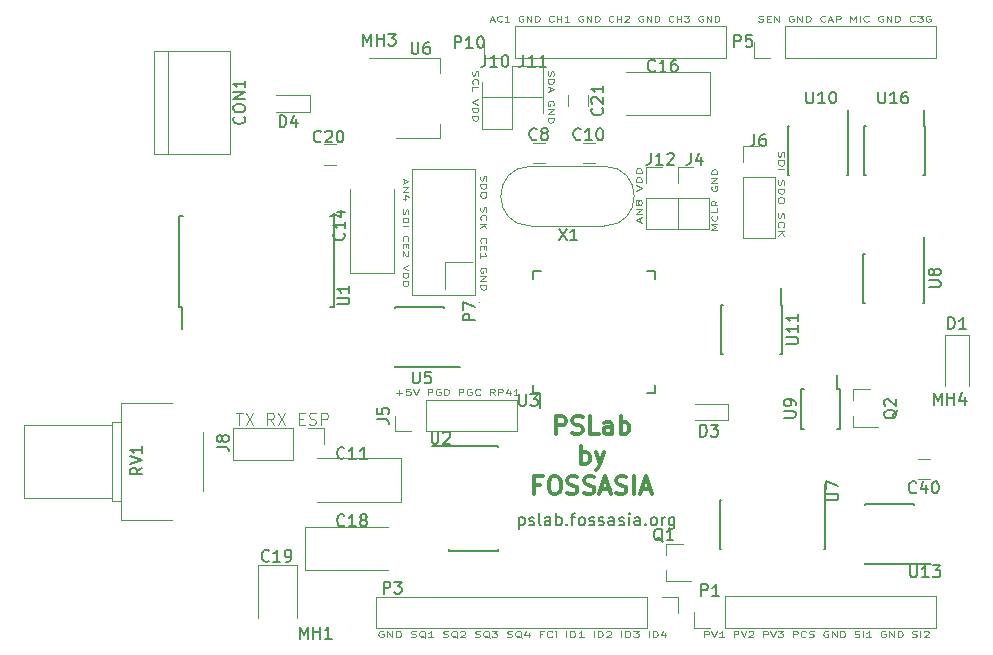
<source format=gto>
G04 #@! TF.FileFunction,Legend,Top*
%FSLAX46Y46*%
G04 Gerber Fmt 4.6, Leading zero omitted, Abs format (unit mm)*
G04 Created by KiCad (PCBNEW 4.0.7-e2-6376~58~ubuntu16.04.1) date Sat Dec 16 23:26:04 2017*
%MOMM*%
%LPD*%
G01*
G04 APERTURE LIST*
%ADD10C,0.100000*%
%ADD11C,0.150000*%
%ADD12C,0.300000*%
%ADD13C,0.120000*%
G04 APERTURE END LIST*
D10*
X134866667Y-85283334D02*
X134866667Y-85616668D01*
X134723810Y-85216668D02*
X135223810Y-85450001D01*
X134723810Y-85683334D01*
X134723810Y-85916668D02*
X135223810Y-85916668D01*
X134723810Y-86316668D01*
X135223810Y-86316668D01*
X135057143Y-86950001D02*
X134723810Y-86950001D01*
X135247619Y-86783334D02*
X134890476Y-86616667D01*
X134890476Y-87050001D01*
X134747619Y-87816667D02*
X134723810Y-87916667D01*
X134723810Y-88083334D01*
X134747619Y-88150001D01*
X134771429Y-88183334D01*
X134819048Y-88216667D01*
X134866667Y-88216667D01*
X134914286Y-88183334D01*
X134938095Y-88150001D01*
X134961905Y-88083334D01*
X134985714Y-87950001D01*
X135009524Y-87883334D01*
X135033333Y-87850001D01*
X135080952Y-87816667D01*
X135128571Y-87816667D01*
X135176190Y-87850001D01*
X135200000Y-87883334D01*
X135223810Y-87950001D01*
X135223810Y-88116667D01*
X135200000Y-88216667D01*
X134723810Y-88516668D02*
X135223810Y-88516668D01*
X135223810Y-88683334D01*
X135200000Y-88783334D01*
X135152381Y-88850001D01*
X135104762Y-88883334D01*
X135009524Y-88916668D01*
X134938095Y-88916668D01*
X134842857Y-88883334D01*
X134795238Y-88850001D01*
X134747619Y-88783334D01*
X134723810Y-88683334D01*
X134723810Y-88516668D01*
X134723810Y-89216668D02*
X135223810Y-89216668D01*
X134771429Y-90483334D02*
X134747619Y-90450000D01*
X134723810Y-90350000D01*
X134723810Y-90283334D01*
X134747619Y-90183334D01*
X134795238Y-90116667D01*
X134842857Y-90083334D01*
X134938095Y-90050000D01*
X135009524Y-90050000D01*
X135104762Y-90083334D01*
X135152381Y-90116667D01*
X135200000Y-90183334D01*
X135223810Y-90283334D01*
X135223810Y-90350000D01*
X135200000Y-90450000D01*
X135176190Y-90483334D01*
X134985714Y-90783334D02*
X134985714Y-91016667D01*
X134723810Y-91116667D02*
X134723810Y-90783334D01*
X135223810Y-90783334D01*
X135223810Y-91116667D01*
X135176190Y-91383333D02*
X135200000Y-91416667D01*
X135223810Y-91483333D01*
X135223810Y-91650000D01*
X135200000Y-91716667D01*
X135176190Y-91750000D01*
X135128571Y-91783333D01*
X135080952Y-91783333D01*
X135009524Y-91750000D01*
X134723810Y-91350000D01*
X134723810Y-91783333D01*
X135223810Y-92516667D02*
X134723810Y-92750000D01*
X135223810Y-92983333D01*
X134723810Y-93216667D02*
X135223810Y-93216667D01*
X135223810Y-93383333D01*
X135200000Y-93483333D01*
X135152381Y-93550000D01*
X135104762Y-93583333D01*
X135009524Y-93616667D01*
X134938095Y-93616667D01*
X134842857Y-93583333D01*
X134795238Y-93550000D01*
X134747619Y-93483333D01*
X134723810Y-93383333D01*
X134723810Y-93216667D01*
X134723810Y-93916667D02*
X135223810Y-93916667D01*
X135223810Y-94083333D01*
X135200000Y-94183333D01*
X135152381Y-94250000D01*
X135104762Y-94283333D01*
X135009524Y-94316667D01*
X134938095Y-94316667D01*
X134842857Y-94283333D01*
X134795238Y-94250000D01*
X134747619Y-94183333D01*
X134723810Y-94083333D01*
X134723810Y-93916667D01*
X141347619Y-84983334D02*
X141323810Y-85083334D01*
X141323810Y-85250001D01*
X141347619Y-85316668D01*
X141371429Y-85350001D01*
X141419048Y-85383334D01*
X141466667Y-85383334D01*
X141514286Y-85350001D01*
X141538095Y-85316668D01*
X141561905Y-85250001D01*
X141585714Y-85116668D01*
X141609524Y-85050001D01*
X141633333Y-85016668D01*
X141680952Y-84983334D01*
X141728571Y-84983334D01*
X141776190Y-85016668D01*
X141800000Y-85050001D01*
X141823810Y-85116668D01*
X141823810Y-85283334D01*
X141800000Y-85383334D01*
X141323810Y-85683335D02*
X141823810Y-85683335D01*
X141823810Y-85850001D01*
X141800000Y-85950001D01*
X141752381Y-86016668D01*
X141704762Y-86050001D01*
X141609524Y-86083335D01*
X141538095Y-86083335D01*
X141442857Y-86050001D01*
X141395238Y-86016668D01*
X141347619Y-85950001D01*
X141323810Y-85850001D01*
X141323810Y-85683335D01*
X141823810Y-86516668D02*
X141823810Y-86650001D01*
X141800000Y-86716668D01*
X141752381Y-86783335D01*
X141657143Y-86816668D01*
X141490476Y-86816668D01*
X141395238Y-86783335D01*
X141347619Y-86716668D01*
X141323810Y-86650001D01*
X141323810Y-86516668D01*
X141347619Y-86450001D01*
X141395238Y-86383335D01*
X141490476Y-86350001D01*
X141657143Y-86350001D01*
X141752381Y-86383335D01*
X141800000Y-86450001D01*
X141823810Y-86516668D01*
X141347619Y-87616667D02*
X141323810Y-87716667D01*
X141323810Y-87883334D01*
X141347619Y-87950001D01*
X141371429Y-87983334D01*
X141419048Y-88016667D01*
X141466667Y-88016667D01*
X141514286Y-87983334D01*
X141538095Y-87950001D01*
X141561905Y-87883334D01*
X141585714Y-87750001D01*
X141609524Y-87683334D01*
X141633333Y-87650001D01*
X141680952Y-87616667D01*
X141728571Y-87616667D01*
X141776190Y-87650001D01*
X141800000Y-87683334D01*
X141823810Y-87750001D01*
X141823810Y-87916667D01*
X141800000Y-88016667D01*
X141371429Y-88716668D02*
X141347619Y-88683334D01*
X141323810Y-88583334D01*
X141323810Y-88516668D01*
X141347619Y-88416668D01*
X141395238Y-88350001D01*
X141442857Y-88316668D01*
X141538095Y-88283334D01*
X141609524Y-88283334D01*
X141704762Y-88316668D01*
X141752381Y-88350001D01*
X141800000Y-88416668D01*
X141823810Y-88516668D01*
X141823810Y-88583334D01*
X141800000Y-88683334D01*
X141776190Y-88716668D01*
X141323810Y-89016668D02*
X141823810Y-89016668D01*
X141323810Y-89416668D02*
X141609524Y-89116668D01*
X141823810Y-89416668D02*
X141538095Y-89016668D01*
X141371429Y-90650001D02*
X141347619Y-90616667D01*
X141323810Y-90516667D01*
X141323810Y-90450001D01*
X141347619Y-90350001D01*
X141395238Y-90283334D01*
X141442857Y-90250001D01*
X141538095Y-90216667D01*
X141609524Y-90216667D01*
X141704762Y-90250001D01*
X141752381Y-90283334D01*
X141800000Y-90350001D01*
X141823810Y-90450001D01*
X141823810Y-90516667D01*
X141800000Y-90616667D01*
X141776190Y-90650001D01*
X141585714Y-90950001D02*
X141585714Y-91183334D01*
X141323810Y-91283334D02*
X141323810Y-90950001D01*
X141823810Y-90950001D01*
X141823810Y-91283334D01*
X141323810Y-91950000D02*
X141323810Y-91550000D01*
X141323810Y-91750000D02*
X141823810Y-91750000D01*
X141752381Y-91683334D01*
X141704762Y-91616667D01*
X141680952Y-91550000D01*
X141800000Y-93150000D02*
X141823810Y-93083334D01*
X141823810Y-92983334D01*
X141800000Y-92883334D01*
X141752381Y-92816667D01*
X141704762Y-92783334D01*
X141609524Y-92750000D01*
X141538095Y-92750000D01*
X141442857Y-92783334D01*
X141395238Y-92816667D01*
X141347619Y-92883334D01*
X141323810Y-92983334D01*
X141323810Y-93050000D01*
X141347619Y-93150000D01*
X141371429Y-93183334D01*
X141538095Y-93183334D01*
X141538095Y-93050000D01*
X141323810Y-93483334D02*
X141823810Y-93483334D01*
X141323810Y-93883334D01*
X141823810Y-93883334D01*
X141323810Y-94216667D02*
X141823810Y-94216667D01*
X141823810Y-94383333D01*
X141800000Y-94483333D01*
X141752381Y-94550000D01*
X141704762Y-94583333D01*
X141609524Y-94616667D01*
X141538095Y-94616667D01*
X141442857Y-94583333D01*
X141395238Y-94550000D01*
X141347619Y-94483333D01*
X141323810Y-94383333D01*
X141323810Y-94216667D01*
X140647619Y-76100000D02*
X140623810Y-76200000D01*
X140623810Y-76366667D01*
X140647619Y-76433334D01*
X140671429Y-76466667D01*
X140719048Y-76500000D01*
X140766667Y-76500000D01*
X140814286Y-76466667D01*
X140838095Y-76433334D01*
X140861905Y-76366667D01*
X140885714Y-76233334D01*
X140909524Y-76166667D01*
X140933333Y-76133334D01*
X140980952Y-76100000D01*
X141028571Y-76100000D01*
X141076190Y-76133334D01*
X141100000Y-76166667D01*
X141123810Y-76233334D01*
X141123810Y-76400000D01*
X141100000Y-76500000D01*
X140671429Y-77200001D02*
X140647619Y-77166667D01*
X140623810Y-77066667D01*
X140623810Y-77000001D01*
X140647619Y-76900001D01*
X140695238Y-76833334D01*
X140742857Y-76800001D01*
X140838095Y-76766667D01*
X140909524Y-76766667D01*
X141004762Y-76800001D01*
X141052381Y-76833334D01*
X141100000Y-76900001D01*
X141123810Y-77000001D01*
X141123810Y-77066667D01*
X141100000Y-77166667D01*
X141076190Y-77200001D01*
X140623810Y-77833334D02*
X140623810Y-77500001D01*
X141123810Y-77500001D01*
X141123810Y-78500001D02*
X140623810Y-78733334D01*
X141123810Y-78966667D01*
X140623810Y-79200001D02*
X141123810Y-79200001D01*
X141123810Y-79366667D01*
X141100000Y-79466667D01*
X141052381Y-79533334D01*
X141004762Y-79566667D01*
X140909524Y-79600001D01*
X140838095Y-79600001D01*
X140742857Y-79566667D01*
X140695238Y-79533334D01*
X140647619Y-79466667D01*
X140623810Y-79366667D01*
X140623810Y-79200001D01*
X140623810Y-79900001D02*
X141123810Y-79900001D01*
X141123810Y-80066667D01*
X141100000Y-80166667D01*
X141052381Y-80233334D01*
X141004762Y-80266667D01*
X140909524Y-80300001D01*
X140838095Y-80300001D01*
X140742857Y-80266667D01*
X140695238Y-80233334D01*
X140647619Y-80166667D01*
X140623810Y-80066667D01*
X140623810Y-79900001D01*
X147047619Y-76116667D02*
X147023810Y-76216667D01*
X147023810Y-76383334D01*
X147047619Y-76450001D01*
X147071429Y-76483334D01*
X147119048Y-76516667D01*
X147166667Y-76516667D01*
X147214286Y-76483334D01*
X147238095Y-76450001D01*
X147261905Y-76383334D01*
X147285714Y-76250001D01*
X147309524Y-76183334D01*
X147333333Y-76150001D01*
X147380952Y-76116667D01*
X147428571Y-76116667D01*
X147476190Y-76150001D01*
X147500000Y-76183334D01*
X147523810Y-76250001D01*
X147523810Y-76416667D01*
X147500000Y-76516667D01*
X147023810Y-76816668D02*
X147523810Y-76816668D01*
X147523810Y-76983334D01*
X147500000Y-77083334D01*
X147452381Y-77150001D01*
X147404762Y-77183334D01*
X147309524Y-77216668D01*
X147238095Y-77216668D01*
X147142857Y-77183334D01*
X147095238Y-77150001D01*
X147047619Y-77083334D01*
X147023810Y-76983334D01*
X147023810Y-76816668D01*
X147166667Y-77483334D02*
X147166667Y-77816668D01*
X147023810Y-77416668D02*
X147523810Y-77650001D01*
X147023810Y-77883334D01*
X147500000Y-79016667D02*
X147523810Y-78950001D01*
X147523810Y-78850001D01*
X147500000Y-78750001D01*
X147452381Y-78683334D01*
X147404762Y-78650001D01*
X147309524Y-78616667D01*
X147238095Y-78616667D01*
X147142857Y-78650001D01*
X147095238Y-78683334D01*
X147047619Y-78750001D01*
X147023810Y-78850001D01*
X147023810Y-78916667D01*
X147047619Y-79016667D01*
X147071429Y-79050001D01*
X147238095Y-79050001D01*
X147238095Y-78916667D01*
X147023810Y-79350001D02*
X147523810Y-79350001D01*
X147023810Y-79750001D01*
X147523810Y-79750001D01*
X147023810Y-80083334D02*
X147523810Y-80083334D01*
X147523810Y-80250000D01*
X147500000Y-80350000D01*
X147452381Y-80416667D01*
X147404762Y-80450000D01*
X147309524Y-80483334D01*
X147238095Y-80483334D01*
X147142857Y-80450000D01*
X147095238Y-80416667D01*
X147047619Y-80350000D01*
X147023810Y-80250000D01*
X147023810Y-80083334D01*
X161376190Y-89549999D02*
X160876190Y-89549999D01*
X161233333Y-89316666D01*
X160876190Y-89083333D01*
X161376190Y-89083333D01*
X161328571Y-88349999D02*
X161352381Y-88383333D01*
X161376190Y-88483333D01*
X161376190Y-88549999D01*
X161352381Y-88649999D01*
X161304762Y-88716666D01*
X161257143Y-88749999D01*
X161161905Y-88783333D01*
X161090476Y-88783333D01*
X160995238Y-88749999D01*
X160947619Y-88716666D01*
X160900000Y-88649999D01*
X160876190Y-88549999D01*
X160876190Y-88483333D01*
X160900000Y-88383333D01*
X160923810Y-88349999D01*
X161376190Y-87716666D02*
X161376190Y-88049999D01*
X160876190Y-88049999D01*
X161376190Y-87083332D02*
X161138095Y-87316666D01*
X161376190Y-87483332D02*
X160876190Y-87483332D01*
X160876190Y-87216666D01*
X160900000Y-87149999D01*
X160923810Y-87116666D01*
X160971429Y-87083332D01*
X161042857Y-87083332D01*
X161090476Y-87116666D01*
X161114286Y-87149999D01*
X161138095Y-87216666D01*
X161138095Y-87483332D01*
X160900000Y-85883333D02*
X160876190Y-85949999D01*
X160876190Y-86049999D01*
X160900000Y-86149999D01*
X160947619Y-86216666D01*
X160995238Y-86249999D01*
X161090476Y-86283333D01*
X161161905Y-86283333D01*
X161257143Y-86249999D01*
X161304762Y-86216666D01*
X161352381Y-86149999D01*
X161376190Y-86049999D01*
X161376190Y-85983333D01*
X161352381Y-85883333D01*
X161328571Y-85849999D01*
X161161905Y-85849999D01*
X161161905Y-85983333D01*
X161376190Y-85549999D02*
X160876190Y-85549999D01*
X161376190Y-85149999D01*
X160876190Y-85149999D01*
X161376190Y-84816666D02*
X160876190Y-84816666D01*
X160876190Y-84650000D01*
X160900000Y-84550000D01*
X160947619Y-84483333D01*
X160995238Y-84450000D01*
X161090476Y-84416666D01*
X161161905Y-84416666D01*
X161257143Y-84450000D01*
X161304762Y-84483333D01*
X161352381Y-84550000D01*
X161376190Y-84650000D01*
X161376190Y-84816666D01*
X142150953Y-71783333D02*
X142470001Y-71783333D01*
X142087144Y-71926190D02*
X142310477Y-71426190D01*
X142533810Y-71926190D01*
X143140001Y-71878571D02*
X143108096Y-71902381D01*
X143012382Y-71926190D01*
X142948572Y-71926190D01*
X142852858Y-71902381D01*
X142789049Y-71854762D01*
X142757144Y-71807143D01*
X142725239Y-71711905D01*
X142725239Y-71640476D01*
X142757144Y-71545238D01*
X142789049Y-71497619D01*
X142852858Y-71450000D01*
X142948572Y-71426190D01*
X143012382Y-71426190D01*
X143108096Y-71450000D01*
X143140001Y-71473810D01*
X143778096Y-71926190D02*
X143395239Y-71926190D01*
X143586668Y-71926190D02*
X143586668Y-71426190D01*
X143522858Y-71497619D01*
X143459049Y-71545238D01*
X143395239Y-71569048D01*
X144926667Y-71450000D02*
X144862858Y-71426190D01*
X144767143Y-71426190D01*
X144671429Y-71450000D01*
X144607620Y-71497619D01*
X144575715Y-71545238D01*
X144543810Y-71640476D01*
X144543810Y-71711905D01*
X144575715Y-71807143D01*
X144607620Y-71854762D01*
X144671429Y-71902381D01*
X144767143Y-71926190D01*
X144830953Y-71926190D01*
X144926667Y-71902381D01*
X144958572Y-71878571D01*
X144958572Y-71711905D01*
X144830953Y-71711905D01*
X145245715Y-71926190D02*
X145245715Y-71426190D01*
X145628572Y-71926190D01*
X145628572Y-71426190D01*
X145947620Y-71926190D02*
X145947620Y-71426190D01*
X146107144Y-71426190D01*
X146202858Y-71450000D01*
X146266667Y-71497619D01*
X146298572Y-71545238D01*
X146330477Y-71640476D01*
X146330477Y-71711905D01*
X146298572Y-71807143D01*
X146266667Y-71854762D01*
X146202858Y-71902381D01*
X146107144Y-71926190D01*
X145947620Y-71926190D01*
X147510953Y-71878571D02*
X147479048Y-71902381D01*
X147383334Y-71926190D01*
X147319524Y-71926190D01*
X147223810Y-71902381D01*
X147160001Y-71854762D01*
X147128096Y-71807143D01*
X147096191Y-71711905D01*
X147096191Y-71640476D01*
X147128096Y-71545238D01*
X147160001Y-71497619D01*
X147223810Y-71450000D01*
X147319524Y-71426190D01*
X147383334Y-71426190D01*
X147479048Y-71450000D01*
X147510953Y-71473810D01*
X147798096Y-71926190D02*
X147798096Y-71426190D01*
X147798096Y-71664286D02*
X148180953Y-71664286D01*
X148180953Y-71926190D02*
X148180953Y-71426190D01*
X148850953Y-71926190D02*
X148468096Y-71926190D01*
X148659525Y-71926190D02*
X148659525Y-71426190D01*
X148595715Y-71497619D01*
X148531906Y-71545238D01*
X148468096Y-71569048D01*
X149999524Y-71450000D02*
X149935715Y-71426190D01*
X149840000Y-71426190D01*
X149744286Y-71450000D01*
X149680477Y-71497619D01*
X149648572Y-71545238D01*
X149616667Y-71640476D01*
X149616667Y-71711905D01*
X149648572Y-71807143D01*
X149680477Y-71854762D01*
X149744286Y-71902381D01*
X149840000Y-71926190D01*
X149903810Y-71926190D01*
X149999524Y-71902381D01*
X150031429Y-71878571D01*
X150031429Y-71711905D01*
X149903810Y-71711905D01*
X150318572Y-71926190D02*
X150318572Y-71426190D01*
X150701429Y-71926190D01*
X150701429Y-71426190D01*
X151020477Y-71926190D02*
X151020477Y-71426190D01*
X151180001Y-71426190D01*
X151275715Y-71450000D01*
X151339524Y-71497619D01*
X151371429Y-71545238D01*
X151403334Y-71640476D01*
X151403334Y-71711905D01*
X151371429Y-71807143D01*
X151339524Y-71854762D01*
X151275715Y-71902381D01*
X151180001Y-71926190D01*
X151020477Y-71926190D01*
X152583810Y-71878571D02*
X152551905Y-71902381D01*
X152456191Y-71926190D01*
X152392381Y-71926190D01*
X152296667Y-71902381D01*
X152232858Y-71854762D01*
X152200953Y-71807143D01*
X152169048Y-71711905D01*
X152169048Y-71640476D01*
X152200953Y-71545238D01*
X152232858Y-71497619D01*
X152296667Y-71450000D01*
X152392381Y-71426190D01*
X152456191Y-71426190D01*
X152551905Y-71450000D01*
X152583810Y-71473810D01*
X152870953Y-71926190D02*
X152870953Y-71426190D01*
X152870953Y-71664286D02*
X153253810Y-71664286D01*
X153253810Y-71926190D02*
X153253810Y-71426190D01*
X153540953Y-71473810D02*
X153572858Y-71450000D01*
X153636667Y-71426190D01*
X153796191Y-71426190D01*
X153860001Y-71450000D01*
X153891905Y-71473810D01*
X153923810Y-71521429D01*
X153923810Y-71569048D01*
X153891905Y-71640476D01*
X153509048Y-71926190D01*
X153923810Y-71926190D01*
X155072381Y-71450000D02*
X155008572Y-71426190D01*
X154912857Y-71426190D01*
X154817143Y-71450000D01*
X154753334Y-71497619D01*
X154721429Y-71545238D01*
X154689524Y-71640476D01*
X154689524Y-71711905D01*
X154721429Y-71807143D01*
X154753334Y-71854762D01*
X154817143Y-71902381D01*
X154912857Y-71926190D01*
X154976667Y-71926190D01*
X155072381Y-71902381D01*
X155104286Y-71878571D01*
X155104286Y-71711905D01*
X154976667Y-71711905D01*
X155391429Y-71926190D02*
X155391429Y-71426190D01*
X155774286Y-71926190D01*
X155774286Y-71426190D01*
X156093334Y-71926190D02*
X156093334Y-71426190D01*
X156252858Y-71426190D01*
X156348572Y-71450000D01*
X156412381Y-71497619D01*
X156444286Y-71545238D01*
X156476191Y-71640476D01*
X156476191Y-71711905D01*
X156444286Y-71807143D01*
X156412381Y-71854762D01*
X156348572Y-71902381D01*
X156252858Y-71926190D01*
X156093334Y-71926190D01*
X157656667Y-71878571D02*
X157624762Y-71902381D01*
X157529048Y-71926190D01*
X157465238Y-71926190D01*
X157369524Y-71902381D01*
X157305715Y-71854762D01*
X157273810Y-71807143D01*
X157241905Y-71711905D01*
X157241905Y-71640476D01*
X157273810Y-71545238D01*
X157305715Y-71497619D01*
X157369524Y-71450000D01*
X157465238Y-71426190D01*
X157529048Y-71426190D01*
X157624762Y-71450000D01*
X157656667Y-71473810D01*
X157943810Y-71926190D02*
X157943810Y-71426190D01*
X157943810Y-71664286D02*
X158326667Y-71664286D01*
X158326667Y-71926190D02*
X158326667Y-71426190D01*
X158581905Y-71426190D02*
X158996667Y-71426190D01*
X158773334Y-71616667D01*
X158869048Y-71616667D01*
X158932858Y-71640476D01*
X158964762Y-71664286D01*
X158996667Y-71711905D01*
X158996667Y-71830952D01*
X158964762Y-71878571D01*
X158932858Y-71902381D01*
X158869048Y-71926190D01*
X158677620Y-71926190D01*
X158613810Y-71902381D01*
X158581905Y-71878571D01*
X160145238Y-71450000D02*
X160081429Y-71426190D01*
X159985714Y-71426190D01*
X159890000Y-71450000D01*
X159826191Y-71497619D01*
X159794286Y-71545238D01*
X159762381Y-71640476D01*
X159762381Y-71711905D01*
X159794286Y-71807143D01*
X159826191Y-71854762D01*
X159890000Y-71902381D01*
X159985714Y-71926190D01*
X160049524Y-71926190D01*
X160145238Y-71902381D01*
X160177143Y-71878571D01*
X160177143Y-71711905D01*
X160049524Y-71711905D01*
X160464286Y-71926190D02*
X160464286Y-71426190D01*
X160847143Y-71926190D01*
X160847143Y-71426190D01*
X161166191Y-71926190D02*
X161166191Y-71426190D01*
X161325715Y-71426190D01*
X161421429Y-71450000D01*
X161485238Y-71497619D01*
X161517143Y-71545238D01*
X161549048Y-71640476D01*
X161549048Y-71711905D01*
X161517143Y-71807143D01*
X161485238Y-71854762D01*
X161421429Y-71902381D01*
X161325715Y-71926190D01*
X161166191Y-71926190D01*
X164850001Y-71902381D02*
X164950001Y-71926190D01*
X165116668Y-71926190D01*
X165183335Y-71902381D01*
X165216668Y-71878571D01*
X165250001Y-71830952D01*
X165250001Y-71783333D01*
X165216668Y-71735714D01*
X165183335Y-71711905D01*
X165116668Y-71688095D01*
X164983335Y-71664286D01*
X164916668Y-71640476D01*
X164883335Y-71616667D01*
X164850001Y-71569048D01*
X164850001Y-71521429D01*
X164883335Y-71473810D01*
X164916668Y-71450000D01*
X164983335Y-71426190D01*
X165150001Y-71426190D01*
X165250001Y-71450000D01*
X165550002Y-71664286D02*
X165783335Y-71664286D01*
X165883335Y-71926190D02*
X165550002Y-71926190D01*
X165550002Y-71426190D01*
X165883335Y-71426190D01*
X166183335Y-71926190D02*
X166183335Y-71426190D01*
X166583335Y-71926190D01*
X166583335Y-71426190D01*
X167816667Y-71450000D02*
X167750001Y-71426190D01*
X167650001Y-71426190D01*
X167550001Y-71450000D01*
X167483334Y-71497619D01*
X167450001Y-71545238D01*
X167416667Y-71640476D01*
X167416667Y-71711905D01*
X167450001Y-71807143D01*
X167483334Y-71854762D01*
X167550001Y-71902381D01*
X167650001Y-71926190D01*
X167716667Y-71926190D01*
X167816667Y-71902381D01*
X167850001Y-71878571D01*
X167850001Y-71711905D01*
X167716667Y-71711905D01*
X168150001Y-71926190D02*
X168150001Y-71426190D01*
X168550001Y-71926190D01*
X168550001Y-71426190D01*
X168883334Y-71926190D02*
X168883334Y-71426190D01*
X169050000Y-71426190D01*
X169150000Y-71450000D01*
X169216667Y-71497619D01*
X169250000Y-71545238D01*
X169283334Y-71640476D01*
X169283334Y-71711905D01*
X169250000Y-71807143D01*
X169216667Y-71854762D01*
X169150000Y-71902381D01*
X169050000Y-71926190D01*
X168883334Y-71926190D01*
X170516667Y-71878571D02*
X170483333Y-71902381D01*
X170383333Y-71926190D01*
X170316667Y-71926190D01*
X170216667Y-71902381D01*
X170150000Y-71854762D01*
X170116667Y-71807143D01*
X170083333Y-71711905D01*
X170083333Y-71640476D01*
X170116667Y-71545238D01*
X170150000Y-71497619D01*
X170216667Y-71450000D01*
X170316667Y-71426190D01*
X170383333Y-71426190D01*
X170483333Y-71450000D01*
X170516667Y-71473810D01*
X170783333Y-71783333D02*
X171116667Y-71783333D01*
X170716667Y-71926190D02*
X170950000Y-71426190D01*
X171183333Y-71926190D01*
X171416667Y-71926190D02*
X171416667Y-71426190D01*
X171683333Y-71426190D01*
X171750000Y-71450000D01*
X171783333Y-71473810D01*
X171816667Y-71521429D01*
X171816667Y-71592857D01*
X171783333Y-71640476D01*
X171750000Y-71664286D01*
X171683333Y-71688095D01*
X171416667Y-71688095D01*
X172650000Y-71926190D02*
X172650000Y-71426190D01*
X172883333Y-71783333D01*
X173116666Y-71426190D01*
X173116666Y-71926190D01*
X173450000Y-71926190D02*
X173450000Y-71426190D01*
X174183333Y-71878571D02*
X174149999Y-71902381D01*
X174049999Y-71926190D01*
X173983333Y-71926190D01*
X173883333Y-71902381D01*
X173816666Y-71854762D01*
X173783333Y-71807143D01*
X173749999Y-71711905D01*
X173749999Y-71640476D01*
X173783333Y-71545238D01*
X173816666Y-71497619D01*
X173883333Y-71450000D01*
X173983333Y-71426190D01*
X174049999Y-71426190D01*
X174149999Y-71450000D01*
X174183333Y-71473810D01*
X175383332Y-71450000D02*
X175316666Y-71426190D01*
X175216666Y-71426190D01*
X175116666Y-71450000D01*
X175049999Y-71497619D01*
X175016666Y-71545238D01*
X174983332Y-71640476D01*
X174983332Y-71711905D01*
X175016666Y-71807143D01*
X175049999Y-71854762D01*
X175116666Y-71902381D01*
X175216666Y-71926190D01*
X175283332Y-71926190D01*
X175383332Y-71902381D01*
X175416666Y-71878571D01*
X175416666Y-71711905D01*
X175283332Y-71711905D01*
X175716666Y-71926190D02*
X175716666Y-71426190D01*
X176116666Y-71926190D01*
X176116666Y-71426190D01*
X176449999Y-71926190D02*
X176449999Y-71426190D01*
X176616665Y-71426190D01*
X176716665Y-71450000D01*
X176783332Y-71497619D01*
X176816665Y-71545238D01*
X176849999Y-71640476D01*
X176849999Y-71711905D01*
X176816665Y-71807143D01*
X176783332Y-71854762D01*
X176716665Y-71902381D01*
X176616665Y-71926190D01*
X176449999Y-71926190D01*
X178083332Y-71878571D02*
X178049998Y-71902381D01*
X177949998Y-71926190D01*
X177883332Y-71926190D01*
X177783332Y-71902381D01*
X177716665Y-71854762D01*
X177683332Y-71807143D01*
X177649998Y-71711905D01*
X177649998Y-71640476D01*
X177683332Y-71545238D01*
X177716665Y-71497619D01*
X177783332Y-71450000D01*
X177883332Y-71426190D01*
X177949998Y-71426190D01*
X178049998Y-71450000D01*
X178083332Y-71473810D01*
X178316665Y-71426190D02*
X178749998Y-71426190D01*
X178516665Y-71616667D01*
X178616665Y-71616667D01*
X178683332Y-71640476D01*
X178716665Y-71664286D01*
X178749998Y-71711905D01*
X178749998Y-71830952D01*
X178716665Y-71878571D01*
X178683332Y-71902381D01*
X178616665Y-71926190D01*
X178416665Y-71926190D01*
X178349998Y-71902381D01*
X178316665Y-71878571D01*
X179416665Y-71450000D02*
X179349999Y-71426190D01*
X179249999Y-71426190D01*
X179149999Y-71450000D01*
X179083332Y-71497619D01*
X179049999Y-71545238D01*
X179016665Y-71640476D01*
X179016665Y-71711905D01*
X179049999Y-71807143D01*
X179083332Y-71854762D01*
X179149999Y-71902381D01*
X179249999Y-71926190D01*
X179316665Y-71926190D01*
X179416665Y-71902381D01*
X179449999Y-71878571D01*
X179449999Y-71711905D01*
X179316665Y-71711905D01*
X133083098Y-123550000D02*
X133013575Y-123526190D01*
X132909289Y-123526190D01*
X132805003Y-123550000D01*
X132735479Y-123597619D01*
X132700718Y-123645238D01*
X132665956Y-123740476D01*
X132665956Y-123811905D01*
X132700718Y-123907143D01*
X132735479Y-123954762D01*
X132805003Y-124002381D01*
X132909289Y-124026190D01*
X132978813Y-124026190D01*
X133083098Y-124002381D01*
X133117860Y-123978571D01*
X133117860Y-123811905D01*
X132978813Y-123811905D01*
X133430718Y-124026190D02*
X133430718Y-123526190D01*
X133847860Y-124026190D01*
X133847860Y-123526190D01*
X134195480Y-124026190D02*
X134195480Y-123526190D01*
X134369289Y-123526190D01*
X134473575Y-123550000D01*
X134543099Y-123597619D01*
X134577860Y-123645238D01*
X134612622Y-123740476D01*
X134612622Y-123811905D01*
X134577860Y-123907143D01*
X134543099Y-123954762D01*
X134473575Y-124002381D01*
X134369289Y-124026190D01*
X134195480Y-124026190D01*
X135446908Y-124002381D02*
X135551193Y-124026190D01*
X135725003Y-124026190D01*
X135794527Y-124002381D01*
X135829289Y-123978571D01*
X135864050Y-123930952D01*
X135864050Y-123883333D01*
X135829289Y-123835714D01*
X135794527Y-123811905D01*
X135725003Y-123788095D01*
X135585955Y-123764286D01*
X135516431Y-123740476D01*
X135481670Y-123716667D01*
X135446908Y-123669048D01*
X135446908Y-123621429D01*
X135481670Y-123573810D01*
X135516431Y-123550000D01*
X135585955Y-123526190D01*
X135759765Y-123526190D01*
X135864050Y-123550000D01*
X136663574Y-124073810D02*
X136594050Y-124050000D01*
X136524527Y-124002381D01*
X136420241Y-123930952D01*
X136350717Y-123907143D01*
X136281193Y-123907143D01*
X136315955Y-124026190D02*
X136246431Y-124002381D01*
X136176908Y-123954762D01*
X136142146Y-123859524D01*
X136142146Y-123692857D01*
X136176908Y-123597619D01*
X136246431Y-123550000D01*
X136315955Y-123526190D01*
X136455003Y-123526190D01*
X136524527Y-123550000D01*
X136594050Y-123597619D01*
X136628812Y-123692857D01*
X136628812Y-123859524D01*
X136594050Y-123954762D01*
X136524527Y-124002381D01*
X136455003Y-124026190D01*
X136315955Y-124026190D01*
X137324050Y-124026190D02*
X136906908Y-124026190D01*
X137115479Y-124026190D02*
X137115479Y-123526190D01*
X137045955Y-123597619D01*
X136976431Y-123645238D01*
X136906908Y-123669048D01*
X138158336Y-124002381D02*
X138262621Y-124026190D01*
X138436431Y-124026190D01*
X138505955Y-124002381D01*
X138540717Y-123978571D01*
X138575478Y-123930952D01*
X138575478Y-123883333D01*
X138540717Y-123835714D01*
X138505955Y-123811905D01*
X138436431Y-123788095D01*
X138297383Y-123764286D01*
X138227859Y-123740476D01*
X138193098Y-123716667D01*
X138158336Y-123669048D01*
X138158336Y-123621429D01*
X138193098Y-123573810D01*
X138227859Y-123550000D01*
X138297383Y-123526190D01*
X138471193Y-123526190D01*
X138575478Y-123550000D01*
X139375002Y-124073810D02*
X139305478Y-124050000D01*
X139235955Y-124002381D01*
X139131669Y-123930952D01*
X139062145Y-123907143D01*
X138992621Y-123907143D01*
X139027383Y-124026190D02*
X138957859Y-124002381D01*
X138888336Y-123954762D01*
X138853574Y-123859524D01*
X138853574Y-123692857D01*
X138888336Y-123597619D01*
X138957859Y-123550000D01*
X139027383Y-123526190D01*
X139166431Y-123526190D01*
X139235955Y-123550000D01*
X139305478Y-123597619D01*
X139340240Y-123692857D01*
X139340240Y-123859524D01*
X139305478Y-123954762D01*
X139235955Y-124002381D01*
X139166431Y-124026190D01*
X139027383Y-124026190D01*
X139618336Y-123573810D02*
X139653098Y-123550000D01*
X139722621Y-123526190D01*
X139896431Y-123526190D01*
X139965955Y-123550000D01*
X140000717Y-123573810D01*
X140035478Y-123621429D01*
X140035478Y-123669048D01*
X140000717Y-123740476D01*
X139583574Y-124026190D01*
X140035478Y-124026190D01*
X140869764Y-124002381D02*
X140974049Y-124026190D01*
X141147859Y-124026190D01*
X141217383Y-124002381D01*
X141252145Y-123978571D01*
X141286906Y-123930952D01*
X141286906Y-123883333D01*
X141252145Y-123835714D01*
X141217383Y-123811905D01*
X141147859Y-123788095D01*
X141008811Y-123764286D01*
X140939287Y-123740476D01*
X140904526Y-123716667D01*
X140869764Y-123669048D01*
X140869764Y-123621429D01*
X140904526Y-123573810D01*
X140939287Y-123550000D01*
X141008811Y-123526190D01*
X141182621Y-123526190D01*
X141286906Y-123550000D01*
X142086430Y-124073810D02*
X142016906Y-124050000D01*
X141947383Y-124002381D01*
X141843097Y-123930952D01*
X141773573Y-123907143D01*
X141704049Y-123907143D01*
X141738811Y-124026190D02*
X141669287Y-124002381D01*
X141599764Y-123954762D01*
X141565002Y-123859524D01*
X141565002Y-123692857D01*
X141599764Y-123597619D01*
X141669287Y-123550000D01*
X141738811Y-123526190D01*
X141877859Y-123526190D01*
X141947383Y-123550000D01*
X142016906Y-123597619D01*
X142051668Y-123692857D01*
X142051668Y-123859524D01*
X142016906Y-123954762D01*
X141947383Y-124002381D01*
X141877859Y-124026190D01*
X141738811Y-124026190D01*
X142295002Y-123526190D02*
X142746906Y-123526190D01*
X142503573Y-123716667D01*
X142607859Y-123716667D01*
X142677383Y-123740476D01*
X142712145Y-123764286D01*
X142746906Y-123811905D01*
X142746906Y-123930952D01*
X142712145Y-123978571D01*
X142677383Y-124002381D01*
X142607859Y-124026190D01*
X142399287Y-124026190D01*
X142329764Y-124002381D01*
X142295002Y-123978571D01*
X143581192Y-124002381D02*
X143685477Y-124026190D01*
X143859287Y-124026190D01*
X143928811Y-124002381D01*
X143963573Y-123978571D01*
X143998334Y-123930952D01*
X143998334Y-123883333D01*
X143963573Y-123835714D01*
X143928811Y-123811905D01*
X143859287Y-123788095D01*
X143720239Y-123764286D01*
X143650715Y-123740476D01*
X143615954Y-123716667D01*
X143581192Y-123669048D01*
X143581192Y-123621429D01*
X143615954Y-123573810D01*
X143650715Y-123550000D01*
X143720239Y-123526190D01*
X143894049Y-123526190D01*
X143998334Y-123550000D01*
X144797858Y-124073810D02*
X144728334Y-124050000D01*
X144658811Y-124002381D01*
X144554525Y-123930952D01*
X144485001Y-123907143D01*
X144415477Y-123907143D01*
X144450239Y-124026190D02*
X144380715Y-124002381D01*
X144311192Y-123954762D01*
X144276430Y-123859524D01*
X144276430Y-123692857D01*
X144311192Y-123597619D01*
X144380715Y-123550000D01*
X144450239Y-123526190D01*
X144589287Y-123526190D01*
X144658811Y-123550000D01*
X144728334Y-123597619D01*
X144763096Y-123692857D01*
X144763096Y-123859524D01*
X144728334Y-123954762D01*
X144658811Y-124002381D01*
X144589287Y-124026190D01*
X144450239Y-124026190D01*
X145388811Y-123692857D02*
X145388811Y-124026190D01*
X145215001Y-123502381D02*
X145041192Y-123859524D01*
X145493096Y-123859524D01*
X146570715Y-123764286D02*
X146327382Y-123764286D01*
X146327382Y-124026190D02*
X146327382Y-123526190D01*
X146675001Y-123526190D01*
X147370238Y-123978571D02*
X147335476Y-124002381D01*
X147231191Y-124026190D01*
X147161667Y-124026190D01*
X147057381Y-124002381D01*
X146987857Y-123954762D01*
X146953096Y-123907143D01*
X146918334Y-123811905D01*
X146918334Y-123740476D01*
X146953096Y-123645238D01*
X146987857Y-123597619D01*
X147057381Y-123550000D01*
X147161667Y-123526190D01*
X147231191Y-123526190D01*
X147335476Y-123550000D01*
X147370238Y-123573810D01*
X147683096Y-124026190D02*
X147683096Y-123692857D01*
X147683096Y-123526190D02*
X147648334Y-123550000D01*
X147683096Y-123573810D01*
X147717857Y-123550000D01*
X147683096Y-123526190D01*
X147683096Y-123573810D01*
X148586905Y-124026190D02*
X148586905Y-123526190D01*
X148934524Y-124026190D02*
X148934524Y-123526190D01*
X149108333Y-123526190D01*
X149212619Y-123550000D01*
X149282143Y-123597619D01*
X149316904Y-123645238D01*
X149351666Y-123740476D01*
X149351666Y-123811905D01*
X149316904Y-123907143D01*
X149282143Y-123954762D01*
X149212619Y-124002381D01*
X149108333Y-124026190D01*
X148934524Y-124026190D01*
X150046904Y-124026190D02*
X149629762Y-124026190D01*
X149838333Y-124026190D02*
X149838333Y-123526190D01*
X149768809Y-123597619D01*
X149699285Y-123645238D01*
X149629762Y-123669048D01*
X150915952Y-124026190D02*
X150915952Y-123526190D01*
X151263571Y-124026190D02*
X151263571Y-123526190D01*
X151437380Y-123526190D01*
X151541666Y-123550000D01*
X151611190Y-123597619D01*
X151645951Y-123645238D01*
X151680713Y-123740476D01*
X151680713Y-123811905D01*
X151645951Y-123907143D01*
X151611190Y-123954762D01*
X151541666Y-124002381D01*
X151437380Y-124026190D01*
X151263571Y-124026190D01*
X151958809Y-123573810D02*
X151993571Y-123550000D01*
X152063094Y-123526190D01*
X152236904Y-123526190D01*
X152306428Y-123550000D01*
X152341190Y-123573810D01*
X152375951Y-123621429D01*
X152375951Y-123669048D01*
X152341190Y-123740476D01*
X151924047Y-124026190D01*
X152375951Y-124026190D01*
X153244999Y-124026190D02*
X153244999Y-123526190D01*
X153592618Y-124026190D02*
X153592618Y-123526190D01*
X153766427Y-123526190D01*
X153870713Y-123550000D01*
X153940237Y-123597619D01*
X153974998Y-123645238D01*
X154009760Y-123740476D01*
X154009760Y-123811905D01*
X153974998Y-123907143D01*
X153940237Y-123954762D01*
X153870713Y-124002381D01*
X153766427Y-124026190D01*
X153592618Y-124026190D01*
X154253094Y-123526190D02*
X154704998Y-123526190D01*
X154461665Y-123716667D01*
X154565951Y-123716667D01*
X154635475Y-123740476D01*
X154670237Y-123764286D01*
X154704998Y-123811905D01*
X154704998Y-123930952D01*
X154670237Y-123978571D01*
X154635475Y-124002381D01*
X154565951Y-124026190D01*
X154357379Y-124026190D01*
X154287856Y-124002381D01*
X154253094Y-123978571D01*
X155574046Y-124026190D02*
X155574046Y-123526190D01*
X155921665Y-124026190D02*
X155921665Y-123526190D01*
X156095474Y-123526190D01*
X156199760Y-123550000D01*
X156269284Y-123597619D01*
X156304045Y-123645238D01*
X156338807Y-123740476D01*
X156338807Y-123811905D01*
X156304045Y-123907143D01*
X156269284Y-123954762D01*
X156199760Y-124002381D01*
X156095474Y-124026190D01*
X155921665Y-124026190D01*
X156964522Y-123692857D02*
X156964522Y-124026190D01*
X156790712Y-123502381D02*
X156616903Y-123859524D01*
X157068807Y-123859524D01*
X160266668Y-124026190D02*
X160266668Y-123526190D01*
X160533334Y-123526190D01*
X160600001Y-123550000D01*
X160633334Y-123573810D01*
X160666668Y-123621429D01*
X160666668Y-123692857D01*
X160633334Y-123740476D01*
X160600001Y-123764286D01*
X160533334Y-123788095D01*
X160266668Y-123788095D01*
X160866668Y-123526190D02*
X161100001Y-124026190D01*
X161333334Y-123526190D01*
X161933334Y-124026190D02*
X161533334Y-124026190D01*
X161733334Y-124026190D02*
X161733334Y-123526190D01*
X161666668Y-123597619D01*
X161600001Y-123645238D01*
X161533334Y-123669048D01*
X162766668Y-124026190D02*
X162766668Y-123526190D01*
X163033334Y-123526190D01*
X163100001Y-123550000D01*
X163133334Y-123573810D01*
X163166668Y-123621429D01*
X163166668Y-123692857D01*
X163133334Y-123740476D01*
X163100001Y-123764286D01*
X163033334Y-123788095D01*
X162766668Y-123788095D01*
X163366668Y-123526190D02*
X163600001Y-124026190D01*
X163833334Y-123526190D01*
X164033334Y-123573810D02*
X164066668Y-123550000D01*
X164133334Y-123526190D01*
X164300001Y-123526190D01*
X164366668Y-123550000D01*
X164400001Y-123573810D01*
X164433334Y-123621429D01*
X164433334Y-123669048D01*
X164400001Y-123740476D01*
X164000001Y-124026190D01*
X164433334Y-124026190D01*
X165266668Y-124026190D02*
X165266668Y-123526190D01*
X165533334Y-123526190D01*
X165600001Y-123550000D01*
X165633334Y-123573810D01*
X165666668Y-123621429D01*
X165666668Y-123692857D01*
X165633334Y-123740476D01*
X165600001Y-123764286D01*
X165533334Y-123788095D01*
X165266668Y-123788095D01*
X165866668Y-123526190D02*
X166100001Y-124026190D01*
X166333334Y-123526190D01*
X166500001Y-123526190D02*
X166933334Y-123526190D01*
X166700001Y-123716667D01*
X166800001Y-123716667D01*
X166866668Y-123740476D01*
X166900001Y-123764286D01*
X166933334Y-123811905D01*
X166933334Y-123930952D01*
X166900001Y-123978571D01*
X166866668Y-124002381D01*
X166800001Y-124026190D01*
X166600001Y-124026190D01*
X166533334Y-124002381D01*
X166500001Y-123978571D01*
X167766668Y-124026190D02*
X167766668Y-123526190D01*
X168033334Y-123526190D01*
X168100001Y-123550000D01*
X168133334Y-123573810D01*
X168166668Y-123621429D01*
X168166668Y-123692857D01*
X168133334Y-123740476D01*
X168100001Y-123764286D01*
X168033334Y-123788095D01*
X167766668Y-123788095D01*
X168866668Y-123978571D02*
X168833334Y-124002381D01*
X168733334Y-124026190D01*
X168666668Y-124026190D01*
X168566668Y-124002381D01*
X168500001Y-123954762D01*
X168466668Y-123907143D01*
X168433334Y-123811905D01*
X168433334Y-123740476D01*
X168466668Y-123645238D01*
X168500001Y-123597619D01*
X168566668Y-123550000D01*
X168666668Y-123526190D01*
X168733334Y-123526190D01*
X168833334Y-123550000D01*
X168866668Y-123573810D01*
X169133334Y-124002381D02*
X169233334Y-124026190D01*
X169400001Y-124026190D01*
X169466668Y-124002381D01*
X169500001Y-123978571D01*
X169533334Y-123930952D01*
X169533334Y-123883333D01*
X169500001Y-123835714D01*
X169466668Y-123811905D01*
X169400001Y-123788095D01*
X169266668Y-123764286D01*
X169200001Y-123740476D01*
X169166668Y-123716667D01*
X169133334Y-123669048D01*
X169133334Y-123621429D01*
X169166668Y-123573810D01*
X169200001Y-123550000D01*
X169266668Y-123526190D01*
X169433334Y-123526190D01*
X169533334Y-123550000D01*
X170733334Y-123550000D02*
X170666668Y-123526190D01*
X170566668Y-123526190D01*
X170466668Y-123550000D01*
X170400001Y-123597619D01*
X170366668Y-123645238D01*
X170333334Y-123740476D01*
X170333334Y-123811905D01*
X170366668Y-123907143D01*
X170400001Y-123954762D01*
X170466668Y-124002381D01*
X170566668Y-124026190D01*
X170633334Y-124026190D01*
X170733334Y-124002381D01*
X170766668Y-123978571D01*
X170766668Y-123811905D01*
X170633334Y-123811905D01*
X171066668Y-124026190D02*
X171066668Y-123526190D01*
X171466668Y-124026190D01*
X171466668Y-123526190D01*
X171800001Y-124026190D02*
X171800001Y-123526190D01*
X171966667Y-123526190D01*
X172066667Y-123550000D01*
X172133334Y-123597619D01*
X172166667Y-123645238D01*
X172200001Y-123740476D01*
X172200001Y-123811905D01*
X172166667Y-123907143D01*
X172133334Y-123954762D01*
X172066667Y-124002381D01*
X171966667Y-124026190D01*
X171800001Y-124026190D01*
X173000000Y-124002381D02*
X173100000Y-124026190D01*
X173266667Y-124026190D01*
X173333334Y-124002381D01*
X173366667Y-123978571D01*
X173400000Y-123930952D01*
X173400000Y-123883333D01*
X173366667Y-123835714D01*
X173333334Y-123811905D01*
X173266667Y-123788095D01*
X173133334Y-123764286D01*
X173066667Y-123740476D01*
X173033334Y-123716667D01*
X173000000Y-123669048D01*
X173000000Y-123621429D01*
X173033334Y-123573810D01*
X173066667Y-123550000D01*
X173133334Y-123526190D01*
X173300000Y-123526190D01*
X173400000Y-123550000D01*
X173700001Y-124026190D02*
X173700001Y-123526190D01*
X174400000Y-124026190D02*
X174000000Y-124026190D01*
X174200000Y-124026190D02*
X174200000Y-123526190D01*
X174133334Y-123597619D01*
X174066667Y-123645238D01*
X174000000Y-123669048D01*
X175600000Y-123550000D02*
X175533334Y-123526190D01*
X175433334Y-123526190D01*
X175333334Y-123550000D01*
X175266667Y-123597619D01*
X175233334Y-123645238D01*
X175200000Y-123740476D01*
X175200000Y-123811905D01*
X175233334Y-123907143D01*
X175266667Y-123954762D01*
X175333334Y-124002381D01*
X175433334Y-124026190D01*
X175500000Y-124026190D01*
X175600000Y-124002381D01*
X175633334Y-123978571D01*
X175633334Y-123811905D01*
X175500000Y-123811905D01*
X175933334Y-124026190D02*
X175933334Y-123526190D01*
X176333334Y-124026190D01*
X176333334Y-123526190D01*
X176666667Y-124026190D02*
X176666667Y-123526190D01*
X176833333Y-123526190D01*
X176933333Y-123550000D01*
X177000000Y-123597619D01*
X177033333Y-123645238D01*
X177066667Y-123740476D01*
X177066667Y-123811905D01*
X177033333Y-123907143D01*
X177000000Y-123954762D01*
X176933333Y-124002381D01*
X176833333Y-124026190D01*
X176666667Y-124026190D01*
X177866666Y-124002381D02*
X177966666Y-124026190D01*
X178133333Y-124026190D01*
X178200000Y-124002381D01*
X178233333Y-123978571D01*
X178266666Y-123930952D01*
X178266666Y-123883333D01*
X178233333Y-123835714D01*
X178200000Y-123811905D01*
X178133333Y-123788095D01*
X178000000Y-123764286D01*
X177933333Y-123740476D01*
X177900000Y-123716667D01*
X177866666Y-123669048D01*
X177866666Y-123621429D01*
X177900000Y-123573810D01*
X177933333Y-123550000D01*
X178000000Y-123526190D01*
X178166666Y-123526190D01*
X178266666Y-123550000D01*
X178566667Y-124026190D02*
X178566667Y-123526190D01*
X178866666Y-123573810D02*
X178900000Y-123550000D01*
X178966666Y-123526190D01*
X179133333Y-123526190D01*
X179200000Y-123550000D01*
X179233333Y-123573810D01*
X179266666Y-123621429D01*
X179266666Y-123669048D01*
X179233333Y-123740476D01*
X178833333Y-124026190D01*
X179266666Y-124026190D01*
X166547619Y-82928571D02*
X166523810Y-83035714D01*
X166523810Y-83214285D01*
X166547619Y-83285714D01*
X166571429Y-83321428D01*
X166619048Y-83357143D01*
X166666667Y-83357143D01*
X166714286Y-83321428D01*
X166738095Y-83285714D01*
X166761905Y-83214285D01*
X166785714Y-83071428D01*
X166809524Y-83000000D01*
X166833333Y-82964285D01*
X166880952Y-82928571D01*
X166928571Y-82928571D01*
X166976190Y-82964285D01*
X167000000Y-83000000D01*
X167023810Y-83071428D01*
X167023810Y-83250000D01*
X167000000Y-83357143D01*
X166523810Y-83678571D02*
X167023810Y-83678571D01*
X167023810Y-83857143D01*
X167000000Y-83964286D01*
X166952381Y-84035714D01*
X166904762Y-84071429D01*
X166809524Y-84107143D01*
X166738095Y-84107143D01*
X166642857Y-84071429D01*
X166595238Y-84035714D01*
X166547619Y-83964286D01*
X166523810Y-83857143D01*
X166523810Y-83678571D01*
X166523810Y-84428571D02*
X167023810Y-84428571D01*
X166547619Y-85321429D02*
X166523810Y-85428572D01*
X166523810Y-85607143D01*
X166547619Y-85678572D01*
X166571429Y-85714286D01*
X166619048Y-85750001D01*
X166666667Y-85750001D01*
X166714286Y-85714286D01*
X166738095Y-85678572D01*
X166761905Y-85607143D01*
X166785714Y-85464286D01*
X166809524Y-85392858D01*
X166833333Y-85357143D01*
X166880952Y-85321429D01*
X166928571Y-85321429D01*
X166976190Y-85357143D01*
X167000000Y-85392858D01*
X167023810Y-85464286D01*
X167023810Y-85642858D01*
X167000000Y-85750001D01*
X166523810Y-86071429D02*
X167023810Y-86071429D01*
X167023810Y-86250001D01*
X167000000Y-86357144D01*
X166952381Y-86428572D01*
X166904762Y-86464287D01*
X166809524Y-86500001D01*
X166738095Y-86500001D01*
X166642857Y-86464287D01*
X166595238Y-86428572D01*
X166547619Y-86357144D01*
X166523810Y-86250001D01*
X166523810Y-86071429D01*
X167023810Y-86964287D02*
X167023810Y-87107144D01*
X167000000Y-87178572D01*
X166952381Y-87250001D01*
X166857143Y-87285715D01*
X166690476Y-87285715D01*
X166595238Y-87250001D01*
X166547619Y-87178572D01*
X166523810Y-87107144D01*
X166523810Y-86964287D01*
X166547619Y-86892858D01*
X166595238Y-86821429D01*
X166690476Y-86785715D01*
X166857143Y-86785715D01*
X166952381Y-86821429D01*
X167000000Y-86892858D01*
X167023810Y-86964287D01*
X166547619Y-88142858D02*
X166523810Y-88250001D01*
X166523810Y-88428572D01*
X166547619Y-88500001D01*
X166571429Y-88535715D01*
X166619048Y-88571430D01*
X166666667Y-88571430D01*
X166714286Y-88535715D01*
X166738095Y-88500001D01*
X166761905Y-88428572D01*
X166785714Y-88285715D01*
X166809524Y-88214287D01*
X166833333Y-88178572D01*
X166880952Y-88142858D01*
X166928571Y-88142858D01*
X166976190Y-88178572D01*
X167000000Y-88214287D01*
X167023810Y-88285715D01*
X167023810Y-88464287D01*
X167000000Y-88571430D01*
X166571429Y-89321430D02*
X166547619Y-89285716D01*
X166523810Y-89178573D01*
X166523810Y-89107144D01*
X166547619Y-89000001D01*
X166595238Y-88928573D01*
X166642857Y-88892858D01*
X166738095Y-88857144D01*
X166809524Y-88857144D01*
X166904762Y-88892858D01*
X166952381Y-88928573D01*
X167000000Y-89000001D01*
X167023810Y-89107144D01*
X167023810Y-89178573D01*
X167000000Y-89285716D01*
X166976190Y-89321430D01*
X166523810Y-89642858D02*
X167023810Y-89642858D01*
X166523810Y-90071430D02*
X166809524Y-89750001D01*
X167023810Y-90071430D02*
X166738095Y-89642858D01*
X154833333Y-88885714D02*
X154833333Y-88528571D01*
X154976190Y-88957142D02*
X154476190Y-88707142D01*
X154976190Y-88457142D01*
X154976190Y-88207143D02*
X154476190Y-88207143D01*
X154976190Y-87778571D01*
X154476190Y-87778571D01*
X154690476Y-87314286D02*
X154666667Y-87385714D01*
X154642857Y-87421429D01*
X154595238Y-87457143D01*
X154571429Y-87457143D01*
X154523810Y-87421429D01*
X154500000Y-87385714D01*
X154476190Y-87314286D01*
X154476190Y-87171429D01*
X154500000Y-87100000D01*
X154523810Y-87064286D01*
X154571429Y-87028571D01*
X154595238Y-87028571D01*
X154642857Y-87064286D01*
X154666667Y-87100000D01*
X154690476Y-87171429D01*
X154690476Y-87314286D01*
X154714286Y-87385714D01*
X154738095Y-87421429D01*
X154785714Y-87457143D01*
X154880952Y-87457143D01*
X154928571Y-87421429D01*
X154952381Y-87385714D01*
X154976190Y-87314286D01*
X154976190Y-87171429D01*
X154952381Y-87100000D01*
X154928571Y-87064286D01*
X154880952Y-87028571D01*
X154785714Y-87028571D01*
X154738095Y-87064286D01*
X154714286Y-87100000D01*
X154690476Y-87171429D01*
X154476190Y-86242856D02*
X154976190Y-85992856D01*
X154476190Y-85742856D01*
X154976190Y-85492857D02*
X154476190Y-85492857D01*
X154476190Y-85314285D01*
X154500000Y-85207142D01*
X154547619Y-85135714D01*
X154595238Y-85099999D01*
X154690476Y-85064285D01*
X154761905Y-85064285D01*
X154857143Y-85099999D01*
X154904762Y-85135714D01*
X154952381Y-85207142D01*
X154976190Y-85314285D01*
X154976190Y-85492857D01*
X154976190Y-84742857D02*
X154476190Y-84742857D01*
X154476190Y-84564285D01*
X154500000Y-84457142D01*
X154547619Y-84385714D01*
X154595238Y-84349999D01*
X154690476Y-84314285D01*
X154761905Y-84314285D01*
X154857143Y-84349999D01*
X154904762Y-84385714D01*
X154952381Y-84457142D01*
X154976190Y-84564285D01*
X154976190Y-84742857D01*
X120621428Y-105052381D02*
X121192857Y-105052381D01*
X120907142Y-106052381D02*
X120907142Y-105052381D01*
X121430952Y-105052381D02*
X122097619Y-106052381D01*
X122097619Y-105052381D02*
X121430952Y-106052381D01*
X123811905Y-106052381D02*
X123478571Y-105576190D01*
X123240476Y-106052381D02*
X123240476Y-105052381D01*
X123621429Y-105052381D01*
X123716667Y-105100000D01*
X123764286Y-105147619D01*
X123811905Y-105242857D01*
X123811905Y-105385714D01*
X123764286Y-105480952D01*
X123716667Y-105528571D01*
X123621429Y-105576190D01*
X123240476Y-105576190D01*
X124145238Y-105052381D02*
X124811905Y-106052381D01*
X124811905Y-105052381D02*
X124145238Y-106052381D01*
X125954762Y-105528571D02*
X126288096Y-105528571D01*
X126430953Y-106052381D02*
X125954762Y-106052381D01*
X125954762Y-105052381D01*
X126430953Y-105052381D01*
X126811905Y-106004762D02*
X126954762Y-106052381D01*
X127192858Y-106052381D01*
X127288096Y-106004762D01*
X127335715Y-105957143D01*
X127383334Y-105861905D01*
X127383334Y-105766667D01*
X127335715Y-105671429D01*
X127288096Y-105623810D01*
X127192858Y-105576190D01*
X127002381Y-105528571D01*
X126907143Y-105480952D01*
X126859524Y-105433333D01*
X126811905Y-105338095D01*
X126811905Y-105242857D01*
X126859524Y-105147619D01*
X126907143Y-105100000D01*
X127002381Y-105052381D01*
X127240477Y-105052381D01*
X127383334Y-105100000D01*
X127811905Y-106052381D02*
X127811905Y-105052381D01*
X128192858Y-105052381D01*
X128288096Y-105100000D01*
X128335715Y-105147619D01*
X128383334Y-105242857D01*
X128383334Y-105385714D01*
X128335715Y-105480952D01*
X128288096Y-105528571D01*
X128192858Y-105576190D01*
X127811905Y-105576190D01*
X134183334Y-103335714D02*
X134716667Y-103335714D01*
X134450000Y-103526190D02*
X134450000Y-103145238D01*
X135383334Y-103026190D02*
X135050001Y-103026190D01*
X135016667Y-103264286D01*
X135050001Y-103240476D01*
X135116667Y-103216667D01*
X135283334Y-103216667D01*
X135350001Y-103240476D01*
X135383334Y-103264286D01*
X135416667Y-103311905D01*
X135416667Y-103430952D01*
X135383334Y-103478571D01*
X135350001Y-103502381D01*
X135283334Y-103526190D01*
X135116667Y-103526190D01*
X135050001Y-103502381D01*
X135016667Y-103478571D01*
X135616668Y-103026190D02*
X135850001Y-103526190D01*
X136083334Y-103026190D01*
X136850001Y-103526190D02*
X136850001Y-103026190D01*
X137116667Y-103026190D01*
X137183334Y-103050000D01*
X137216667Y-103073810D01*
X137250001Y-103121429D01*
X137250001Y-103192857D01*
X137216667Y-103240476D01*
X137183334Y-103264286D01*
X137116667Y-103288095D01*
X136850001Y-103288095D01*
X137916667Y-103050000D02*
X137850001Y-103026190D01*
X137750001Y-103026190D01*
X137650001Y-103050000D01*
X137583334Y-103097619D01*
X137550001Y-103145238D01*
X137516667Y-103240476D01*
X137516667Y-103311905D01*
X137550001Y-103407143D01*
X137583334Y-103454762D01*
X137650001Y-103502381D01*
X137750001Y-103526190D01*
X137816667Y-103526190D01*
X137916667Y-103502381D01*
X137950001Y-103478571D01*
X137950001Y-103311905D01*
X137816667Y-103311905D01*
X138250001Y-103526190D02*
X138250001Y-103026190D01*
X138416667Y-103026190D01*
X138516667Y-103050000D01*
X138583334Y-103097619D01*
X138616667Y-103145238D01*
X138650001Y-103240476D01*
X138650001Y-103311905D01*
X138616667Y-103407143D01*
X138583334Y-103454762D01*
X138516667Y-103502381D01*
X138416667Y-103526190D01*
X138250001Y-103526190D01*
X139483334Y-103526190D02*
X139483334Y-103026190D01*
X139750000Y-103026190D01*
X139816667Y-103050000D01*
X139850000Y-103073810D01*
X139883334Y-103121429D01*
X139883334Y-103192857D01*
X139850000Y-103240476D01*
X139816667Y-103264286D01*
X139750000Y-103288095D01*
X139483334Y-103288095D01*
X140550000Y-103050000D02*
X140483334Y-103026190D01*
X140383334Y-103026190D01*
X140283334Y-103050000D01*
X140216667Y-103097619D01*
X140183334Y-103145238D01*
X140150000Y-103240476D01*
X140150000Y-103311905D01*
X140183334Y-103407143D01*
X140216667Y-103454762D01*
X140283334Y-103502381D01*
X140383334Y-103526190D01*
X140450000Y-103526190D01*
X140550000Y-103502381D01*
X140583334Y-103478571D01*
X140583334Y-103311905D01*
X140450000Y-103311905D01*
X141283334Y-103478571D02*
X141250000Y-103502381D01*
X141150000Y-103526190D01*
X141083334Y-103526190D01*
X140983334Y-103502381D01*
X140916667Y-103454762D01*
X140883334Y-103407143D01*
X140850000Y-103311905D01*
X140850000Y-103240476D01*
X140883334Y-103145238D01*
X140916667Y-103097619D01*
X140983334Y-103050000D01*
X141083334Y-103026190D01*
X141150000Y-103026190D01*
X141250000Y-103050000D01*
X141283334Y-103073810D01*
X142516667Y-103526190D02*
X142283333Y-103288095D01*
X142116667Y-103526190D02*
X142116667Y-103026190D01*
X142383333Y-103026190D01*
X142450000Y-103050000D01*
X142483333Y-103073810D01*
X142516667Y-103121429D01*
X142516667Y-103192857D01*
X142483333Y-103240476D01*
X142450000Y-103264286D01*
X142383333Y-103288095D01*
X142116667Y-103288095D01*
X142816667Y-103526190D02*
X142816667Y-103026190D01*
X143083333Y-103026190D01*
X143150000Y-103050000D01*
X143183333Y-103073810D01*
X143216667Y-103121429D01*
X143216667Y-103192857D01*
X143183333Y-103240476D01*
X143150000Y-103264286D01*
X143083333Y-103288095D01*
X142816667Y-103288095D01*
X143816667Y-103192857D02*
X143816667Y-103526190D01*
X143650000Y-103002381D02*
X143483333Y-103359524D01*
X143916667Y-103359524D01*
X144550000Y-103526190D02*
X144150000Y-103526190D01*
X144350000Y-103526190D02*
X144350000Y-103026190D01*
X144283334Y-103097619D01*
X144216667Y-103145238D01*
X144150000Y-103169048D01*
D11*
X144578571Y-113885714D02*
X144578571Y-114885714D01*
X144578571Y-113933333D02*
X144673809Y-113885714D01*
X144864286Y-113885714D01*
X144959524Y-113933333D01*
X145007143Y-113980952D01*
X145054762Y-114076190D01*
X145054762Y-114361905D01*
X145007143Y-114457143D01*
X144959524Y-114504762D01*
X144864286Y-114552381D01*
X144673809Y-114552381D01*
X144578571Y-114504762D01*
X145435714Y-114504762D02*
X145530952Y-114552381D01*
X145721428Y-114552381D01*
X145816667Y-114504762D01*
X145864286Y-114409524D01*
X145864286Y-114361905D01*
X145816667Y-114266667D01*
X145721428Y-114219048D01*
X145578571Y-114219048D01*
X145483333Y-114171429D01*
X145435714Y-114076190D01*
X145435714Y-114028571D01*
X145483333Y-113933333D01*
X145578571Y-113885714D01*
X145721428Y-113885714D01*
X145816667Y-113933333D01*
X146435714Y-114552381D02*
X146340476Y-114504762D01*
X146292857Y-114409524D01*
X146292857Y-113552381D01*
X147245239Y-114552381D02*
X147245239Y-114028571D01*
X147197620Y-113933333D01*
X147102382Y-113885714D01*
X146911905Y-113885714D01*
X146816667Y-113933333D01*
X147245239Y-114504762D02*
X147150001Y-114552381D01*
X146911905Y-114552381D01*
X146816667Y-114504762D01*
X146769048Y-114409524D01*
X146769048Y-114314286D01*
X146816667Y-114219048D01*
X146911905Y-114171429D01*
X147150001Y-114171429D01*
X147245239Y-114123810D01*
X147721429Y-114552381D02*
X147721429Y-113552381D01*
X147721429Y-113933333D02*
X147816667Y-113885714D01*
X148007144Y-113885714D01*
X148102382Y-113933333D01*
X148150001Y-113980952D01*
X148197620Y-114076190D01*
X148197620Y-114361905D01*
X148150001Y-114457143D01*
X148102382Y-114504762D01*
X148007144Y-114552381D01*
X147816667Y-114552381D01*
X147721429Y-114504762D01*
X148626191Y-114457143D02*
X148673810Y-114504762D01*
X148626191Y-114552381D01*
X148578572Y-114504762D01*
X148626191Y-114457143D01*
X148626191Y-114552381D01*
X148959524Y-113885714D02*
X149340476Y-113885714D01*
X149102381Y-114552381D02*
X149102381Y-113695238D01*
X149150000Y-113600000D01*
X149245238Y-113552381D01*
X149340476Y-113552381D01*
X149816667Y-114552381D02*
X149721429Y-114504762D01*
X149673810Y-114457143D01*
X149626191Y-114361905D01*
X149626191Y-114076190D01*
X149673810Y-113980952D01*
X149721429Y-113933333D01*
X149816667Y-113885714D01*
X149959525Y-113885714D01*
X150054763Y-113933333D01*
X150102382Y-113980952D01*
X150150001Y-114076190D01*
X150150001Y-114361905D01*
X150102382Y-114457143D01*
X150054763Y-114504762D01*
X149959525Y-114552381D01*
X149816667Y-114552381D01*
X150530953Y-114504762D02*
X150626191Y-114552381D01*
X150816667Y-114552381D01*
X150911906Y-114504762D01*
X150959525Y-114409524D01*
X150959525Y-114361905D01*
X150911906Y-114266667D01*
X150816667Y-114219048D01*
X150673810Y-114219048D01*
X150578572Y-114171429D01*
X150530953Y-114076190D01*
X150530953Y-114028571D01*
X150578572Y-113933333D01*
X150673810Y-113885714D01*
X150816667Y-113885714D01*
X150911906Y-113933333D01*
X151340477Y-114504762D02*
X151435715Y-114552381D01*
X151626191Y-114552381D01*
X151721430Y-114504762D01*
X151769049Y-114409524D01*
X151769049Y-114361905D01*
X151721430Y-114266667D01*
X151626191Y-114219048D01*
X151483334Y-114219048D01*
X151388096Y-114171429D01*
X151340477Y-114076190D01*
X151340477Y-114028571D01*
X151388096Y-113933333D01*
X151483334Y-113885714D01*
X151626191Y-113885714D01*
X151721430Y-113933333D01*
X152626192Y-114552381D02*
X152626192Y-114028571D01*
X152578573Y-113933333D01*
X152483335Y-113885714D01*
X152292858Y-113885714D01*
X152197620Y-113933333D01*
X152626192Y-114504762D02*
X152530954Y-114552381D01*
X152292858Y-114552381D01*
X152197620Y-114504762D01*
X152150001Y-114409524D01*
X152150001Y-114314286D01*
X152197620Y-114219048D01*
X152292858Y-114171429D01*
X152530954Y-114171429D01*
X152626192Y-114123810D01*
X153054763Y-114504762D02*
X153150001Y-114552381D01*
X153340477Y-114552381D01*
X153435716Y-114504762D01*
X153483335Y-114409524D01*
X153483335Y-114361905D01*
X153435716Y-114266667D01*
X153340477Y-114219048D01*
X153197620Y-114219048D01*
X153102382Y-114171429D01*
X153054763Y-114076190D01*
X153054763Y-114028571D01*
X153102382Y-113933333D01*
X153197620Y-113885714D01*
X153340477Y-113885714D01*
X153435716Y-113933333D01*
X153911906Y-114552381D02*
X153911906Y-113885714D01*
X153911906Y-113552381D02*
X153864287Y-113600000D01*
X153911906Y-113647619D01*
X153959525Y-113600000D01*
X153911906Y-113552381D01*
X153911906Y-113647619D01*
X154816668Y-114552381D02*
X154816668Y-114028571D01*
X154769049Y-113933333D01*
X154673811Y-113885714D01*
X154483334Y-113885714D01*
X154388096Y-113933333D01*
X154816668Y-114504762D02*
X154721430Y-114552381D01*
X154483334Y-114552381D01*
X154388096Y-114504762D01*
X154340477Y-114409524D01*
X154340477Y-114314286D01*
X154388096Y-114219048D01*
X154483334Y-114171429D01*
X154721430Y-114171429D01*
X154816668Y-114123810D01*
X155292858Y-114457143D02*
X155340477Y-114504762D01*
X155292858Y-114552381D01*
X155245239Y-114504762D01*
X155292858Y-114457143D01*
X155292858Y-114552381D01*
X155911905Y-114552381D02*
X155816667Y-114504762D01*
X155769048Y-114457143D01*
X155721429Y-114361905D01*
X155721429Y-114076190D01*
X155769048Y-113980952D01*
X155816667Y-113933333D01*
X155911905Y-113885714D01*
X156054763Y-113885714D01*
X156150001Y-113933333D01*
X156197620Y-113980952D01*
X156245239Y-114076190D01*
X156245239Y-114361905D01*
X156197620Y-114457143D01*
X156150001Y-114504762D01*
X156054763Y-114552381D01*
X155911905Y-114552381D01*
X156673810Y-114552381D02*
X156673810Y-113885714D01*
X156673810Y-114076190D02*
X156721429Y-113980952D01*
X156769048Y-113933333D01*
X156864286Y-113885714D01*
X156959525Y-113885714D01*
X157721430Y-113885714D02*
X157721430Y-114695238D01*
X157673811Y-114790476D01*
X157626192Y-114838095D01*
X157530953Y-114885714D01*
X157388096Y-114885714D01*
X157292858Y-114838095D01*
X157721430Y-114504762D02*
X157626192Y-114552381D01*
X157435715Y-114552381D01*
X157340477Y-114504762D01*
X157292858Y-114457143D01*
X157245239Y-114361905D01*
X157245239Y-114076190D01*
X157292858Y-113980952D01*
X157340477Y-113933333D01*
X157435715Y-113885714D01*
X157626192Y-113885714D01*
X157721430Y-113933333D01*
D12*
X147678572Y-106828571D02*
X147678572Y-105328571D01*
X148250000Y-105328571D01*
X148392858Y-105400000D01*
X148464286Y-105471429D01*
X148535715Y-105614286D01*
X148535715Y-105828571D01*
X148464286Y-105971429D01*
X148392858Y-106042857D01*
X148250000Y-106114286D01*
X147678572Y-106114286D01*
X149107143Y-106757143D02*
X149321429Y-106828571D01*
X149678572Y-106828571D01*
X149821429Y-106757143D01*
X149892858Y-106685714D01*
X149964286Y-106542857D01*
X149964286Y-106400000D01*
X149892858Y-106257143D01*
X149821429Y-106185714D01*
X149678572Y-106114286D01*
X149392858Y-106042857D01*
X149250000Y-105971429D01*
X149178572Y-105900000D01*
X149107143Y-105757143D01*
X149107143Y-105614286D01*
X149178572Y-105471429D01*
X149250000Y-105400000D01*
X149392858Y-105328571D01*
X149750000Y-105328571D01*
X149964286Y-105400000D01*
X151321429Y-106828571D02*
X150607143Y-106828571D01*
X150607143Y-105328571D01*
X152464286Y-106828571D02*
X152464286Y-106042857D01*
X152392857Y-105900000D01*
X152250000Y-105828571D01*
X151964286Y-105828571D01*
X151821429Y-105900000D01*
X152464286Y-106757143D02*
X152321429Y-106828571D01*
X151964286Y-106828571D01*
X151821429Y-106757143D01*
X151750000Y-106614286D01*
X151750000Y-106471429D01*
X151821429Y-106328571D01*
X151964286Y-106257143D01*
X152321429Y-106257143D01*
X152464286Y-106185714D01*
X153178572Y-106828571D02*
X153178572Y-105328571D01*
X153178572Y-105900000D02*
X153321429Y-105828571D01*
X153607143Y-105828571D01*
X153750000Y-105900000D01*
X153821429Y-105971429D01*
X153892858Y-106114286D01*
X153892858Y-106542857D01*
X153821429Y-106685714D01*
X153750000Y-106757143D01*
X153607143Y-106828571D01*
X153321429Y-106828571D01*
X153178572Y-106757143D01*
X149857143Y-109378571D02*
X149857143Y-107878571D01*
X149857143Y-108450000D02*
X150000000Y-108378571D01*
X150285714Y-108378571D01*
X150428571Y-108450000D01*
X150500000Y-108521429D01*
X150571429Y-108664286D01*
X150571429Y-109092857D01*
X150500000Y-109235714D01*
X150428571Y-109307143D01*
X150285714Y-109378571D01*
X150000000Y-109378571D01*
X149857143Y-109307143D01*
X151071429Y-108378571D02*
X151428572Y-109378571D01*
X151785714Y-108378571D02*
X151428572Y-109378571D01*
X151285714Y-109735714D01*
X151214286Y-109807143D01*
X151071429Y-109878571D01*
X146392858Y-111142857D02*
X145892858Y-111142857D01*
X145892858Y-111928571D02*
X145892858Y-110428571D01*
X146607144Y-110428571D01*
X147464286Y-110428571D02*
X147750000Y-110428571D01*
X147892858Y-110500000D01*
X148035715Y-110642857D01*
X148107143Y-110928571D01*
X148107143Y-111428571D01*
X148035715Y-111714286D01*
X147892858Y-111857143D01*
X147750000Y-111928571D01*
X147464286Y-111928571D01*
X147321429Y-111857143D01*
X147178572Y-111714286D01*
X147107143Y-111428571D01*
X147107143Y-110928571D01*
X147178572Y-110642857D01*
X147321429Y-110500000D01*
X147464286Y-110428571D01*
X148678572Y-111857143D02*
X148892858Y-111928571D01*
X149250001Y-111928571D01*
X149392858Y-111857143D01*
X149464287Y-111785714D01*
X149535715Y-111642857D01*
X149535715Y-111500000D01*
X149464287Y-111357143D01*
X149392858Y-111285714D01*
X149250001Y-111214286D01*
X148964287Y-111142857D01*
X148821429Y-111071429D01*
X148750001Y-111000000D01*
X148678572Y-110857143D01*
X148678572Y-110714286D01*
X148750001Y-110571429D01*
X148821429Y-110500000D01*
X148964287Y-110428571D01*
X149321429Y-110428571D01*
X149535715Y-110500000D01*
X150107143Y-111857143D02*
X150321429Y-111928571D01*
X150678572Y-111928571D01*
X150821429Y-111857143D01*
X150892858Y-111785714D01*
X150964286Y-111642857D01*
X150964286Y-111500000D01*
X150892858Y-111357143D01*
X150821429Y-111285714D01*
X150678572Y-111214286D01*
X150392858Y-111142857D01*
X150250000Y-111071429D01*
X150178572Y-111000000D01*
X150107143Y-110857143D01*
X150107143Y-110714286D01*
X150178572Y-110571429D01*
X150250000Y-110500000D01*
X150392858Y-110428571D01*
X150750000Y-110428571D01*
X150964286Y-110500000D01*
X151535714Y-111500000D02*
X152250000Y-111500000D01*
X151392857Y-111928571D02*
X151892857Y-110428571D01*
X152392857Y-111928571D01*
X152821428Y-111857143D02*
X153035714Y-111928571D01*
X153392857Y-111928571D01*
X153535714Y-111857143D01*
X153607143Y-111785714D01*
X153678571Y-111642857D01*
X153678571Y-111500000D01*
X153607143Y-111357143D01*
X153535714Y-111285714D01*
X153392857Y-111214286D01*
X153107143Y-111142857D01*
X152964285Y-111071429D01*
X152892857Y-111000000D01*
X152821428Y-110857143D01*
X152821428Y-110714286D01*
X152892857Y-110571429D01*
X152964285Y-110500000D01*
X153107143Y-110428571D01*
X153464285Y-110428571D01*
X153678571Y-110500000D01*
X154321428Y-111928571D02*
X154321428Y-110428571D01*
X154964285Y-111500000D02*
X155678571Y-111500000D01*
X154821428Y-111928571D02*
X155321428Y-110428571D01*
X155821428Y-111928571D01*
D11*
X115775000Y-96125000D02*
X116025000Y-96125000D01*
X115775000Y-88375000D02*
X116110000Y-88375000D01*
X128925000Y-88375000D02*
X128590000Y-88375000D01*
X128925000Y-96125000D02*
X128590000Y-96125000D01*
X115775000Y-96125000D02*
X115775000Y-88375000D01*
X128925000Y-96125000D02*
X128925000Y-88375000D01*
X116025000Y-96125000D02*
X116025000Y-97925000D01*
X145775000Y-103400000D02*
X146350000Y-103400000D01*
X145775000Y-93050000D02*
X146450000Y-93050000D01*
X156125000Y-93050000D02*
X155450000Y-93050000D01*
X156125000Y-103400000D02*
X155450000Y-103400000D01*
X145775000Y-103400000D02*
X145775000Y-102725000D01*
X156125000Y-103400000D02*
X156125000Y-102725000D01*
X156125000Y-93050000D02*
X156125000Y-93725000D01*
X145775000Y-93050000D02*
X145775000Y-93725000D01*
X146350000Y-103400000D02*
X146350000Y-104675000D01*
D13*
X179854400Y-74981000D02*
X179854400Y-72321000D01*
X167094400Y-74981000D02*
X179854400Y-74981000D01*
X167094400Y-72321000D02*
X179854400Y-72321000D01*
X167094400Y-74981000D02*
X167094400Y-72321000D01*
X165824400Y-74981000D02*
X164494400Y-74981000D01*
X164494400Y-74981000D02*
X164494400Y-73651000D01*
X140895000Y-95099000D02*
X135561000Y-95099000D01*
X135561000Y-95099000D02*
X135561000Y-84431000D01*
X135561000Y-84431000D02*
X140895000Y-84431000D01*
X140895000Y-84431000D02*
X140895000Y-84431000D01*
X138355000Y-94591000D02*
X138355000Y-92305000D01*
X138355000Y-92305000D02*
X140641000Y-92305000D01*
X140641000Y-92305000D02*
X140641000Y-92305000D01*
X141225000Y-95675000D02*
X141225000Y-95675000D01*
X140895000Y-84431000D02*
X140895000Y-95099000D01*
X140895000Y-95099000D02*
X140895000Y-95099000D01*
X145800000Y-83875000D02*
X146800000Y-83875000D01*
X146800000Y-82175000D02*
X145800000Y-82175000D01*
X151025000Y-82175000D02*
X150025000Y-82175000D01*
X150025000Y-83875000D02*
X151025000Y-83875000D01*
X134600000Y-112600000D02*
X127500000Y-112600000D01*
X134600000Y-108900000D02*
X127500000Y-108900000D01*
X134600000Y-112600000D02*
X134600000Y-108900000D01*
X130300000Y-93175000D02*
X130300000Y-86075000D01*
X134000000Y-93175000D02*
X134000000Y-86075000D01*
X130300000Y-93175000D02*
X134000000Y-93175000D01*
X160750000Y-79850000D02*
X153650000Y-79850000D01*
X160750000Y-76150000D02*
X153650000Y-76150000D01*
X160750000Y-79850000D02*
X160750000Y-76150000D01*
X126425000Y-114675000D02*
X133525000Y-114675000D01*
X126425000Y-118375000D02*
X133525000Y-118375000D01*
X126425000Y-114675000D02*
X126425000Y-118375000D01*
X129050000Y-82325000D02*
X128050000Y-82325000D01*
X128050000Y-84025000D02*
X129050000Y-84025000D01*
X148700000Y-78100000D02*
X148700000Y-79100000D01*
X150400000Y-79100000D02*
X150400000Y-78100000D01*
X178370000Y-110650000D02*
X179370000Y-110650000D01*
X179370000Y-108950000D02*
X178370000Y-108950000D01*
X182650000Y-102750000D02*
X182650000Y-98450000D01*
X182650000Y-98450000D02*
X180650000Y-98450000D01*
X180650000Y-98450000D02*
X180650000Y-102750000D01*
X162250000Y-105675000D02*
X162250000Y-104275000D01*
X162250000Y-104275000D02*
X159450000Y-104275000D01*
X162250000Y-105675000D02*
X159450000Y-105675000D01*
X126850000Y-79550000D02*
X126850000Y-78150000D01*
X126850000Y-78150000D02*
X124050000Y-78150000D01*
X126850000Y-79550000D02*
X124050000Y-79550000D01*
X179879800Y-123241000D02*
X179879800Y-120581000D01*
X162039800Y-123241000D02*
X179879800Y-123241000D01*
X162039800Y-120581000D02*
X179879800Y-120581000D01*
X162039800Y-123241000D02*
X162039800Y-120581000D01*
X160769800Y-123241000D02*
X159439800Y-123241000D01*
X159439800Y-123241000D02*
X159439800Y-121911000D01*
X132510000Y-120645000D02*
X132510000Y-123305000D01*
X155430000Y-120645000D02*
X132510000Y-120645000D01*
X155430000Y-123305000D02*
X132510000Y-123305000D01*
X155430000Y-120645000D02*
X155430000Y-123305000D01*
X156700000Y-120645000D02*
X158030000Y-120645000D01*
X158030000Y-120645000D02*
X158030000Y-121975000D01*
X162099800Y-74981000D02*
X162099800Y-72321000D01*
X144259800Y-74981000D02*
X162099800Y-74981000D01*
X144259800Y-72321000D02*
X162099800Y-72321000D01*
X144259800Y-74981000D02*
X144259800Y-72321000D01*
X142989800Y-74981000D02*
X141659800Y-74981000D01*
X141659800Y-74981000D02*
X141659800Y-73651000D01*
X156990000Y-116120000D02*
X156990000Y-117050000D01*
X156990000Y-119280000D02*
X156990000Y-118350000D01*
X156990000Y-119280000D02*
X159150000Y-119280000D01*
X156990000Y-116120000D02*
X158450000Y-116120000D01*
D11*
X138625000Y-107825000D02*
X138625000Y-107850000D01*
X142775000Y-107825000D02*
X142775000Y-107940000D01*
X142775000Y-116725000D02*
X142775000Y-116610000D01*
X138625000Y-116725000D02*
X138625000Y-116610000D01*
X138625000Y-107825000D02*
X142775000Y-107825000D01*
X138625000Y-116725000D02*
X142775000Y-116725000D01*
X138625000Y-107850000D02*
X137250000Y-107850000D01*
X138200000Y-101200000D02*
X138200000Y-101150000D01*
X134050000Y-101200000D02*
X134050000Y-101055000D01*
X134050000Y-96050000D02*
X134050000Y-96195000D01*
X138200000Y-96050000D02*
X138200000Y-96195000D01*
X138200000Y-101200000D02*
X134050000Y-101200000D01*
X138200000Y-96050000D02*
X134050000Y-96050000D01*
X138200000Y-101150000D02*
X139600000Y-101150000D01*
D13*
X137935000Y-81810000D02*
X137935000Y-80550000D01*
X137935000Y-74990000D02*
X137935000Y-76250000D01*
X134175000Y-81810000D02*
X137935000Y-81810000D01*
X131925000Y-74990000D02*
X137935000Y-74990000D01*
D11*
X170500000Y-112425000D02*
X170475000Y-112425000D01*
X170500000Y-116575000D02*
X170385000Y-116575000D01*
X161600000Y-116575000D02*
X161715000Y-116575000D01*
X161600000Y-112425000D02*
X161715000Y-112425000D01*
X170500000Y-112425000D02*
X170500000Y-116575000D01*
X161600000Y-112425000D02*
X161600000Y-116575000D01*
X170475000Y-112425000D02*
X170475000Y-111050000D01*
X178900000Y-91575000D02*
X178850000Y-91575000D01*
X178900000Y-95725000D02*
X178755000Y-95725000D01*
X173750000Y-95725000D02*
X173895000Y-95725000D01*
X173750000Y-91575000D02*
X173895000Y-91575000D01*
X178900000Y-91575000D02*
X178900000Y-95725000D01*
X173750000Y-91575000D02*
X173750000Y-95725000D01*
X178850000Y-91575000D02*
X178850000Y-90175000D01*
X171775000Y-103050000D02*
X171550000Y-103050000D01*
X171775000Y-106400000D02*
X171475000Y-106400000D01*
X168425000Y-106400000D02*
X168725000Y-106400000D01*
X168425000Y-103050000D02*
X168725000Y-103050000D01*
X171775000Y-103050000D02*
X171775000Y-106400000D01*
X168425000Y-103050000D02*
X168425000Y-106400000D01*
X171550000Y-103050000D02*
X171550000Y-101825000D01*
X172475000Y-80775000D02*
X172425000Y-80775000D01*
X172475000Y-84925000D02*
X172330000Y-84925000D01*
X167325000Y-84925000D02*
X167470000Y-84925000D01*
X167325000Y-80775000D02*
X167470000Y-80775000D01*
X172475000Y-80775000D02*
X172475000Y-84925000D01*
X167325000Y-80775000D02*
X167325000Y-84925000D01*
X172425000Y-80775000D02*
X172425000Y-79375000D01*
X166850000Y-95900000D02*
X166800000Y-95900000D01*
X166850000Y-100050000D02*
X166705000Y-100050000D01*
X161700000Y-100050000D02*
X161845000Y-100050000D01*
X161700000Y-95900000D02*
X161845000Y-95900000D01*
X166850000Y-95900000D02*
X166850000Y-100050000D01*
X161700000Y-95900000D02*
X161700000Y-100050000D01*
X166800000Y-95900000D02*
X166800000Y-94500000D01*
X178050000Y-117875000D02*
X178050000Y-117825000D01*
X173900000Y-117875000D02*
X173900000Y-117730000D01*
X173900000Y-112725000D02*
X173900000Y-112870000D01*
X178050000Y-112725000D02*
X178050000Y-112870000D01*
X178050000Y-117875000D02*
X173900000Y-117875000D01*
X178050000Y-112725000D02*
X173900000Y-112725000D01*
X178050000Y-117825000D02*
X179450000Y-117825000D01*
X178950000Y-80775000D02*
X178900000Y-80775000D01*
X178950000Y-84925000D02*
X178805000Y-84925000D01*
X173800000Y-84925000D02*
X173945000Y-84925000D01*
X173800000Y-80775000D02*
X173945000Y-80775000D01*
X178950000Y-80775000D02*
X178950000Y-84925000D01*
X173800000Y-80775000D02*
X173800000Y-84925000D01*
X178900000Y-80775000D02*
X178900000Y-79375000D01*
D13*
X115169000Y-114132000D02*
X110904000Y-114132000D01*
X115169000Y-104211000D02*
X110904000Y-104211000D01*
X117824000Y-111676000D02*
X117824000Y-106666000D01*
X110904000Y-114132000D02*
X110904000Y-104211000D01*
X110904000Y-112481000D02*
X110104000Y-112481000D01*
X110904000Y-105861000D02*
X110104000Y-105861000D01*
X110904000Y-112481000D02*
X110904000Y-105861000D01*
X110104000Y-112481000D02*
X110104000Y-105861000D01*
X110104000Y-112231000D02*
X102704000Y-112231000D01*
X110104000Y-106111000D02*
X102704000Y-106111000D01*
X110104000Y-112231000D02*
X110104000Y-106111000D01*
X102704000Y-112231000D02*
X102704000Y-106111000D01*
X163570000Y-90235000D02*
X166230000Y-90235000D01*
X163570000Y-85095000D02*
X163570000Y-90235000D01*
X166230000Y-85095000D02*
X166230000Y-90235000D01*
X163570000Y-85095000D02*
X166230000Y-85095000D01*
X163570000Y-83825000D02*
X163570000Y-82495000D01*
X163570000Y-82495000D02*
X164900000Y-82495000D01*
X144400000Y-106605000D02*
X144400000Y-103945000D01*
X136720000Y-106605000D02*
X144400000Y-106605000D01*
X136720000Y-103945000D02*
X144400000Y-103945000D01*
X136720000Y-106605000D02*
X136720000Y-103945000D01*
X135450000Y-106605000D02*
X134120000Y-106605000D01*
X134120000Y-106605000D02*
X134120000Y-105275000D01*
X113670000Y-74400000D02*
X113670000Y-83100000D01*
X120080000Y-74400000D02*
X120080000Y-83100000D01*
X120080000Y-83100000D02*
X113670000Y-83100000D01*
X114900000Y-83100000D02*
X114900000Y-74400000D01*
X113670000Y-74400000D02*
X120080000Y-74400000D01*
X172840000Y-103070000D02*
X172840000Y-104000000D01*
X172840000Y-106230000D02*
X172840000Y-105300000D01*
X172840000Y-106230000D02*
X175000000Y-106230000D01*
X172840000Y-103070000D02*
X174300000Y-103070000D01*
X120340000Y-106370000D02*
X120340000Y-109030000D01*
X125480000Y-106370000D02*
X120340000Y-106370000D01*
X125480000Y-109030000D02*
X120340000Y-109030000D01*
X125480000Y-106370000D02*
X125480000Y-109030000D01*
X126750000Y-106370000D02*
X128080000Y-106370000D01*
X128080000Y-106370000D02*
X128080000Y-107700000D01*
X145565000Y-84175000D02*
X151815000Y-84175000D01*
X145565000Y-89225000D02*
X151815000Y-89225000D01*
X145565000Y-89225000D02*
G75*
G02X145565000Y-84175000I0J2525000D01*
G01*
X151815000Y-89225000D02*
G75*
G03X151815000Y-84175000I0J2525000D01*
G01*
X146620000Y-78330000D02*
X146620000Y-75670000D01*
X144020000Y-78330000D02*
X146620000Y-78330000D01*
X144020000Y-75670000D02*
X146620000Y-75670000D01*
X144020000Y-78330000D02*
X144020000Y-75670000D01*
X142750000Y-78330000D02*
X141420000Y-78330000D01*
X141420000Y-78330000D02*
X141420000Y-77000000D01*
X141430000Y-78320000D02*
X141430000Y-80980000D01*
X144030000Y-78320000D02*
X141430000Y-78320000D01*
X144030000Y-80980000D02*
X141430000Y-80980000D01*
X144030000Y-78320000D02*
X144030000Y-80980000D01*
X145300000Y-78320000D02*
X146630000Y-78320000D01*
X146630000Y-78320000D02*
X146630000Y-79650000D01*
X158020000Y-89470000D02*
X160680000Y-89470000D01*
X158020000Y-86870000D02*
X158020000Y-89470000D01*
X160680000Y-86870000D02*
X160680000Y-89470000D01*
X158020000Y-86870000D02*
X160680000Y-86870000D01*
X158020000Y-85600000D02*
X158020000Y-84270000D01*
X158020000Y-84270000D02*
X159350000Y-84270000D01*
X155370000Y-89470000D02*
X158030000Y-89470000D01*
X155370000Y-86870000D02*
X155370000Y-89470000D01*
X158030000Y-86870000D02*
X158030000Y-89470000D01*
X155370000Y-86870000D02*
X158030000Y-86870000D01*
X155370000Y-85600000D02*
X155370000Y-84270000D01*
X155370000Y-84270000D02*
X156700000Y-84270000D01*
X125800000Y-117900000D02*
X125800000Y-122450000D01*
X122500000Y-117900000D02*
X122500000Y-122450000D01*
X125800000Y-117900000D02*
X122500000Y-117900000D01*
D11*
X129202381Y-95861905D02*
X130011905Y-95861905D01*
X130107143Y-95814286D01*
X130154762Y-95766667D01*
X130202381Y-95671429D01*
X130202381Y-95480952D01*
X130154762Y-95385714D01*
X130107143Y-95338095D01*
X130011905Y-95290476D01*
X129202381Y-95290476D01*
X130202381Y-94290476D02*
X130202381Y-94861905D01*
X130202381Y-94576191D02*
X129202381Y-94576191D01*
X129345238Y-94671429D01*
X129440476Y-94766667D01*
X129488095Y-94861905D01*
X144588095Y-103452381D02*
X144588095Y-104261905D01*
X144635714Y-104357143D01*
X144683333Y-104404762D01*
X144778571Y-104452381D01*
X144969048Y-104452381D01*
X145064286Y-104404762D01*
X145111905Y-104357143D01*
X145159524Y-104261905D01*
X145159524Y-103452381D01*
X145540476Y-103452381D02*
X146159524Y-103452381D01*
X145826190Y-103833333D01*
X145969048Y-103833333D01*
X146064286Y-103880952D01*
X146111905Y-103928571D01*
X146159524Y-104023810D01*
X146159524Y-104261905D01*
X146111905Y-104357143D01*
X146064286Y-104404762D01*
X145969048Y-104452381D01*
X145683333Y-104452381D01*
X145588095Y-104404762D01*
X145540476Y-104357143D01*
X162811905Y-74052381D02*
X162811905Y-73052381D01*
X163192858Y-73052381D01*
X163288096Y-73100000D01*
X163335715Y-73147619D01*
X163383334Y-73242857D01*
X163383334Y-73385714D01*
X163335715Y-73480952D01*
X163288096Y-73528571D01*
X163192858Y-73576190D01*
X162811905Y-73576190D01*
X164288096Y-73052381D02*
X163811905Y-73052381D01*
X163764286Y-73528571D01*
X163811905Y-73480952D01*
X163907143Y-73433333D01*
X164145239Y-73433333D01*
X164240477Y-73480952D01*
X164288096Y-73528571D01*
X164335715Y-73623810D01*
X164335715Y-73861905D01*
X164288096Y-73957143D01*
X164240477Y-74004762D01*
X164145239Y-74052381D01*
X163907143Y-74052381D01*
X163811905Y-74004762D01*
X163764286Y-73957143D01*
X140858581Y-97225095D02*
X139858581Y-97225095D01*
X139858581Y-96844142D01*
X139906200Y-96748904D01*
X139953819Y-96701285D01*
X140049057Y-96653666D01*
X140191914Y-96653666D01*
X140287152Y-96701285D01*
X140334771Y-96748904D01*
X140382390Y-96844142D01*
X140382390Y-97225095D01*
X139858581Y-96320333D02*
X139858581Y-95653666D01*
X140858581Y-96082238D01*
X146083334Y-81857143D02*
X146035715Y-81904762D01*
X145892858Y-81952381D01*
X145797620Y-81952381D01*
X145654762Y-81904762D01*
X145559524Y-81809524D01*
X145511905Y-81714286D01*
X145464286Y-81523810D01*
X145464286Y-81380952D01*
X145511905Y-81190476D01*
X145559524Y-81095238D01*
X145654762Y-81000000D01*
X145797620Y-80952381D01*
X145892858Y-80952381D01*
X146035715Y-81000000D01*
X146083334Y-81047619D01*
X146654762Y-81380952D02*
X146559524Y-81333333D01*
X146511905Y-81285714D01*
X146464286Y-81190476D01*
X146464286Y-81142857D01*
X146511905Y-81047619D01*
X146559524Y-81000000D01*
X146654762Y-80952381D01*
X146845239Y-80952381D01*
X146940477Y-81000000D01*
X146988096Y-81047619D01*
X147035715Y-81142857D01*
X147035715Y-81190476D01*
X146988096Y-81285714D01*
X146940477Y-81333333D01*
X146845239Y-81380952D01*
X146654762Y-81380952D01*
X146559524Y-81428571D01*
X146511905Y-81476190D01*
X146464286Y-81571429D01*
X146464286Y-81761905D01*
X146511905Y-81857143D01*
X146559524Y-81904762D01*
X146654762Y-81952381D01*
X146845239Y-81952381D01*
X146940477Y-81904762D01*
X146988096Y-81857143D01*
X147035715Y-81761905D01*
X147035715Y-81571429D01*
X146988096Y-81476190D01*
X146940477Y-81428571D01*
X146845239Y-81380952D01*
X149807143Y-81857143D02*
X149759524Y-81904762D01*
X149616667Y-81952381D01*
X149521429Y-81952381D01*
X149378571Y-81904762D01*
X149283333Y-81809524D01*
X149235714Y-81714286D01*
X149188095Y-81523810D01*
X149188095Y-81380952D01*
X149235714Y-81190476D01*
X149283333Y-81095238D01*
X149378571Y-81000000D01*
X149521429Y-80952381D01*
X149616667Y-80952381D01*
X149759524Y-81000000D01*
X149807143Y-81047619D01*
X150759524Y-81952381D02*
X150188095Y-81952381D01*
X150473809Y-81952381D02*
X150473809Y-80952381D01*
X150378571Y-81095238D01*
X150283333Y-81190476D01*
X150188095Y-81238095D01*
X151378571Y-80952381D02*
X151473810Y-80952381D01*
X151569048Y-81000000D01*
X151616667Y-81047619D01*
X151664286Y-81142857D01*
X151711905Y-81333333D01*
X151711905Y-81571429D01*
X151664286Y-81761905D01*
X151616667Y-81857143D01*
X151569048Y-81904762D01*
X151473810Y-81952381D01*
X151378571Y-81952381D01*
X151283333Y-81904762D01*
X151235714Y-81857143D01*
X151188095Y-81761905D01*
X151140476Y-81571429D01*
X151140476Y-81333333D01*
X151188095Y-81142857D01*
X151235714Y-81047619D01*
X151283333Y-81000000D01*
X151378571Y-80952381D01*
X129807143Y-108857143D02*
X129759524Y-108904762D01*
X129616667Y-108952381D01*
X129521429Y-108952381D01*
X129378571Y-108904762D01*
X129283333Y-108809524D01*
X129235714Y-108714286D01*
X129188095Y-108523810D01*
X129188095Y-108380952D01*
X129235714Y-108190476D01*
X129283333Y-108095238D01*
X129378571Y-108000000D01*
X129521429Y-107952381D01*
X129616667Y-107952381D01*
X129759524Y-108000000D01*
X129807143Y-108047619D01*
X130759524Y-108952381D02*
X130188095Y-108952381D01*
X130473809Y-108952381D02*
X130473809Y-107952381D01*
X130378571Y-108095238D01*
X130283333Y-108190476D01*
X130188095Y-108238095D01*
X131711905Y-108952381D02*
X131140476Y-108952381D01*
X131426190Y-108952381D02*
X131426190Y-107952381D01*
X131330952Y-108095238D01*
X131235714Y-108190476D01*
X131140476Y-108238095D01*
X129757143Y-89817857D02*
X129804762Y-89865476D01*
X129852381Y-90008333D01*
X129852381Y-90103571D01*
X129804762Y-90246429D01*
X129709524Y-90341667D01*
X129614286Y-90389286D01*
X129423810Y-90436905D01*
X129280952Y-90436905D01*
X129090476Y-90389286D01*
X128995238Y-90341667D01*
X128900000Y-90246429D01*
X128852381Y-90103571D01*
X128852381Y-90008333D01*
X128900000Y-89865476D01*
X128947619Y-89817857D01*
X129852381Y-88865476D02*
X129852381Y-89436905D01*
X129852381Y-89151191D02*
X128852381Y-89151191D01*
X128995238Y-89246429D01*
X129090476Y-89341667D01*
X129138095Y-89436905D01*
X129185714Y-88008333D02*
X129852381Y-88008333D01*
X128804762Y-88246429D02*
X129519048Y-88484524D01*
X129519048Y-87865476D01*
X156107143Y-76057143D02*
X156059524Y-76104762D01*
X155916667Y-76152381D01*
X155821429Y-76152381D01*
X155678571Y-76104762D01*
X155583333Y-76009524D01*
X155535714Y-75914286D01*
X155488095Y-75723810D01*
X155488095Y-75580952D01*
X155535714Y-75390476D01*
X155583333Y-75295238D01*
X155678571Y-75200000D01*
X155821429Y-75152381D01*
X155916667Y-75152381D01*
X156059524Y-75200000D01*
X156107143Y-75247619D01*
X157059524Y-76152381D02*
X156488095Y-76152381D01*
X156773809Y-76152381D02*
X156773809Y-75152381D01*
X156678571Y-75295238D01*
X156583333Y-75390476D01*
X156488095Y-75438095D01*
X157916667Y-75152381D02*
X157726190Y-75152381D01*
X157630952Y-75200000D01*
X157583333Y-75247619D01*
X157488095Y-75390476D01*
X157440476Y-75580952D01*
X157440476Y-75961905D01*
X157488095Y-76057143D01*
X157535714Y-76104762D01*
X157630952Y-76152381D01*
X157821429Y-76152381D01*
X157916667Y-76104762D01*
X157964286Y-76057143D01*
X158011905Y-75961905D01*
X158011905Y-75723810D01*
X157964286Y-75628571D01*
X157916667Y-75580952D01*
X157821429Y-75533333D01*
X157630952Y-75533333D01*
X157535714Y-75580952D01*
X157488095Y-75628571D01*
X157440476Y-75723810D01*
X129807143Y-114557143D02*
X129759524Y-114604762D01*
X129616667Y-114652381D01*
X129521429Y-114652381D01*
X129378571Y-114604762D01*
X129283333Y-114509524D01*
X129235714Y-114414286D01*
X129188095Y-114223810D01*
X129188095Y-114080952D01*
X129235714Y-113890476D01*
X129283333Y-113795238D01*
X129378571Y-113700000D01*
X129521429Y-113652381D01*
X129616667Y-113652381D01*
X129759524Y-113700000D01*
X129807143Y-113747619D01*
X130759524Y-114652381D02*
X130188095Y-114652381D01*
X130473809Y-114652381D02*
X130473809Y-113652381D01*
X130378571Y-113795238D01*
X130283333Y-113890476D01*
X130188095Y-113938095D01*
X131330952Y-114080952D02*
X131235714Y-114033333D01*
X131188095Y-113985714D01*
X131140476Y-113890476D01*
X131140476Y-113842857D01*
X131188095Y-113747619D01*
X131235714Y-113700000D01*
X131330952Y-113652381D01*
X131521429Y-113652381D01*
X131616667Y-113700000D01*
X131664286Y-113747619D01*
X131711905Y-113842857D01*
X131711905Y-113890476D01*
X131664286Y-113985714D01*
X131616667Y-114033333D01*
X131521429Y-114080952D01*
X131330952Y-114080952D01*
X131235714Y-114128571D01*
X131188095Y-114176190D01*
X131140476Y-114271429D01*
X131140476Y-114461905D01*
X131188095Y-114557143D01*
X131235714Y-114604762D01*
X131330952Y-114652381D01*
X131521429Y-114652381D01*
X131616667Y-114604762D01*
X131664286Y-114557143D01*
X131711905Y-114461905D01*
X131711905Y-114271429D01*
X131664286Y-114176190D01*
X131616667Y-114128571D01*
X131521429Y-114080952D01*
X127807143Y-82057143D02*
X127759524Y-82104762D01*
X127616667Y-82152381D01*
X127521429Y-82152381D01*
X127378571Y-82104762D01*
X127283333Y-82009524D01*
X127235714Y-81914286D01*
X127188095Y-81723810D01*
X127188095Y-81580952D01*
X127235714Y-81390476D01*
X127283333Y-81295238D01*
X127378571Y-81200000D01*
X127521429Y-81152381D01*
X127616667Y-81152381D01*
X127759524Y-81200000D01*
X127807143Y-81247619D01*
X128188095Y-81247619D02*
X128235714Y-81200000D01*
X128330952Y-81152381D01*
X128569048Y-81152381D01*
X128664286Y-81200000D01*
X128711905Y-81247619D01*
X128759524Y-81342857D01*
X128759524Y-81438095D01*
X128711905Y-81580952D01*
X128140476Y-82152381D01*
X128759524Y-82152381D01*
X129378571Y-81152381D02*
X129473810Y-81152381D01*
X129569048Y-81200000D01*
X129616667Y-81247619D01*
X129664286Y-81342857D01*
X129711905Y-81533333D01*
X129711905Y-81771429D01*
X129664286Y-81961905D01*
X129616667Y-82057143D01*
X129569048Y-82104762D01*
X129473810Y-82152381D01*
X129378571Y-82152381D01*
X129283333Y-82104762D01*
X129235714Y-82057143D01*
X129188095Y-81961905D01*
X129140476Y-81771429D01*
X129140476Y-81533333D01*
X129188095Y-81342857D01*
X129235714Y-81247619D01*
X129283333Y-81200000D01*
X129378571Y-81152381D01*
X151607143Y-79242857D02*
X151654762Y-79290476D01*
X151702381Y-79433333D01*
X151702381Y-79528571D01*
X151654762Y-79671429D01*
X151559524Y-79766667D01*
X151464286Y-79814286D01*
X151273810Y-79861905D01*
X151130952Y-79861905D01*
X150940476Y-79814286D01*
X150845238Y-79766667D01*
X150750000Y-79671429D01*
X150702381Y-79528571D01*
X150702381Y-79433333D01*
X150750000Y-79290476D01*
X150797619Y-79242857D01*
X150797619Y-78861905D02*
X150750000Y-78814286D01*
X150702381Y-78719048D01*
X150702381Y-78480952D01*
X150750000Y-78385714D01*
X150797619Y-78338095D01*
X150892857Y-78290476D01*
X150988095Y-78290476D01*
X151130952Y-78338095D01*
X151702381Y-78909524D01*
X151702381Y-78290476D01*
X151702381Y-77338095D02*
X151702381Y-77909524D01*
X151702381Y-77623810D02*
X150702381Y-77623810D01*
X150845238Y-77719048D01*
X150940476Y-77814286D01*
X150988095Y-77909524D01*
X178207143Y-111757143D02*
X178159524Y-111804762D01*
X178016667Y-111852381D01*
X177921429Y-111852381D01*
X177778571Y-111804762D01*
X177683333Y-111709524D01*
X177635714Y-111614286D01*
X177588095Y-111423810D01*
X177588095Y-111280952D01*
X177635714Y-111090476D01*
X177683333Y-110995238D01*
X177778571Y-110900000D01*
X177921429Y-110852381D01*
X178016667Y-110852381D01*
X178159524Y-110900000D01*
X178207143Y-110947619D01*
X179064286Y-111185714D02*
X179064286Y-111852381D01*
X178826190Y-110804762D02*
X178588095Y-111519048D01*
X179207143Y-111519048D01*
X179778571Y-110852381D02*
X179873810Y-110852381D01*
X179969048Y-110900000D01*
X180016667Y-110947619D01*
X180064286Y-111042857D01*
X180111905Y-111233333D01*
X180111905Y-111471429D01*
X180064286Y-111661905D01*
X180016667Y-111757143D01*
X179969048Y-111804762D01*
X179873810Y-111852381D01*
X179778571Y-111852381D01*
X179683333Y-111804762D01*
X179635714Y-111757143D01*
X179588095Y-111661905D01*
X179540476Y-111471429D01*
X179540476Y-111233333D01*
X179588095Y-111042857D01*
X179635714Y-110947619D01*
X179683333Y-110900000D01*
X179778571Y-110852381D01*
X180911905Y-97952381D02*
X180911905Y-96952381D01*
X181150000Y-96952381D01*
X181292858Y-97000000D01*
X181388096Y-97095238D01*
X181435715Y-97190476D01*
X181483334Y-97380952D01*
X181483334Y-97523810D01*
X181435715Y-97714286D01*
X181388096Y-97809524D01*
X181292858Y-97904762D01*
X181150000Y-97952381D01*
X180911905Y-97952381D01*
X182435715Y-97952381D02*
X181864286Y-97952381D01*
X182150000Y-97952381D02*
X182150000Y-96952381D01*
X182054762Y-97095238D01*
X181959524Y-97190476D01*
X181864286Y-97238095D01*
X159911905Y-107052381D02*
X159911905Y-106052381D01*
X160150000Y-106052381D01*
X160292858Y-106100000D01*
X160388096Y-106195238D01*
X160435715Y-106290476D01*
X160483334Y-106480952D01*
X160483334Y-106623810D01*
X160435715Y-106814286D01*
X160388096Y-106909524D01*
X160292858Y-107004762D01*
X160150000Y-107052381D01*
X159911905Y-107052381D01*
X160816667Y-106052381D02*
X161435715Y-106052381D01*
X161102381Y-106433333D01*
X161245239Y-106433333D01*
X161340477Y-106480952D01*
X161388096Y-106528571D01*
X161435715Y-106623810D01*
X161435715Y-106861905D01*
X161388096Y-106957143D01*
X161340477Y-107004762D01*
X161245239Y-107052381D01*
X160959524Y-107052381D01*
X160864286Y-107004762D01*
X160816667Y-106957143D01*
X124311905Y-80852381D02*
X124311905Y-79852381D01*
X124550000Y-79852381D01*
X124692858Y-79900000D01*
X124788096Y-79995238D01*
X124835715Y-80090476D01*
X124883334Y-80280952D01*
X124883334Y-80423810D01*
X124835715Y-80614286D01*
X124788096Y-80709524D01*
X124692858Y-80804762D01*
X124550000Y-80852381D01*
X124311905Y-80852381D01*
X125740477Y-80185714D02*
X125740477Y-80852381D01*
X125502381Y-79804762D02*
X125264286Y-80519048D01*
X125883334Y-80519048D01*
X126016667Y-124152381D02*
X126016667Y-123152381D01*
X126350001Y-123866667D01*
X126683334Y-123152381D01*
X126683334Y-124152381D01*
X127159524Y-124152381D02*
X127159524Y-123152381D01*
X127159524Y-123628571D02*
X127730953Y-123628571D01*
X127730953Y-124152381D02*
X127730953Y-123152381D01*
X128730953Y-124152381D02*
X128159524Y-124152381D01*
X128445238Y-124152381D02*
X128445238Y-123152381D01*
X128350000Y-123295238D01*
X128254762Y-123390476D01*
X128159524Y-123438095D01*
X131416667Y-73952381D02*
X131416667Y-72952381D01*
X131750001Y-73666667D01*
X132083334Y-72952381D01*
X132083334Y-73952381D01*
X132559524Y-73952381D02*
X132559524Y-72952381D01*
X132559524Y-73428571D02*
X133130953Y-73428571D01*
X133130953Y-73952381D02*
X133130953Y-72952381D01*
X133511905Y-72952381D02*
X134130953Y-72952381D01*
X133797619Y-73333333D01*
X133940477Y-73333333D01*
X134035715Y-73380952D01*
X134083334Y-73428571D01*
X134130953Y-73523810D01*
X134130953Y-73761905D01*
X134083334Y-73857143D01*
X134035715Y-73904762D01*
X133940477Y-73952381D01*
X133654762Y-73952381D01*
X133559524Y-73904762D01*
X133511905Y-73857143D01*
X179716667Y-104352381D02*
X179716667Y-103352381D01*
X180050001Y-104066667D01*
X180383334Y-103352381D01*
X180383334Y-104352381D01*
X180859524Y-104352381D02*
X180859524Y-103352381D01*
X180859524Y-103828571D02*
X181430953Y-103828571D01*
X181430953Y-104352381D02*
X181430953Y-103352381D01*
X182335715Y-103685714D02*
X182335715Y-104352381D01*
X182097619Y-103304762D02*
X181859524Y-104019048D01*
X182478572Y-104019048D01*
X160011905Y-120552381D02*
X160011905Y-119552381D01*
X160392858Y-119552381D01*
X160488096Y-119600000D01*
X160535715Y-119647619D01*
X160583334Y-119742857D01*
X160583334Y-119885714D01*
X160535715Y-119980952D01*
X160488096Y-120028571D01*
X160392858Y-120076190D01*
X160011905Y-120076190D01*
X161535715Y-120552381D02*
X160964286Y-120552381D01*
X161250000Y-120552381D02*
X161250000Y-119552381D01*
X161154762Y-119695238D01*
X161059524Y-119790476D01*
X160964286Y-119838095D01*
X133111905Y-120352381D02*
X133111905Y-119352381D01*
X133492858Y-119352381D01*
X133588096Y-119400000D01*
X133635715Y-119447619D01*
X133683334Y-119542857D01*
X133683334Y-119685714D01*
X133635715Y-119780952D01*
X133588096Y-119828571D01*
X133492858Y-119876190D01*
X133111905Y-119876190D01*
X134016667Y-119352381D02*
X134635715Y-119352381D01*
X134302381Y-119733333D01*
X134445239Y-119733333D01*
X134540477Y-119780952D01*
X134588096Y-119828571D01*
X134635715Y-119923810D01*
X134635715Y-120161905D01*
X134588096Y-120257143D01*
X134540477Y-120304762D01*
X134445239Y-120352381D01*
X134159524Y-120352381D01*
X134064286Y-120304762D01*
X134016667Y-120257143D01*
X139135714Y-74152381D02*
X139135714Y-73152381D01*
X139516667Y-73152381D01*
X139611905Y-73200000D01*
X139659524Y-73247619D01*
X139707143Y-73342857D01*
X139707143Y-73485714D01*
X139659524Y-73580952D01*
X139611905Y-73628571D01*
X139516667Y-73676190D01*
X139135714Y-73676190D01*
X140659524Y-74152381D02*
X140088095Y-74152381D01*
X140373809Y-74152381D02*
X140373809Y-73152381D01*
X140278571Y-73295238D01*
X140183333Y-73390476D01*
X140088095Y-73438095D01*
X141278571Y-73152381D02*
X141373810Y-73152381D01*
X141469048Y-73200000D01*
X141516667Y-73247619D01*
X141564286Y-73342857D01*
X141611905Y-73533333D01*
X141611905Y-73771429D01*
X141564286Y-73961905D01*
X141516667Y-74057143D01*
X141469048Y-74104762D01*
X141373810Y-74152381D01*
X141278571Y-74152381D01*
X141183333Y-74104762D01*
X141135714Y-74057143D01*
X141088095Y-73961905D01*
X141040476Y-73771429D01*
X141040476Y-73533333D01*
X141088095Y-73342857D01*
X141135714Y-73247619D01*
X141183333Y-73200000D01*
X141278571Y-73152381D01*
X156754762Y-115947619D02*
X156659524Y-115900000D01*
X156564286Y-115804762D01*
X156421429Y-115661905D01*
X156326190Y-115614286D01*
X156230952Y-115614286D01*
X156278571Y-115852381D02*
X156183333Y-115804762D01*
X156088095Y-115709524D01*
X156040476Y-115519048D01*
X156040476Y-115185714D01*
X156088095Y-114995238D01*
X156183333Y-114900000D01*
X156278571Y-114852381D01*
X156469048Y-114852381D01*
X156564286Y-114900000D01*
X156659524Y-114995238D01*
X156707143Y-115185714D01*
X156707143Y-115519048D01*
X156659524Y-115709524D01*
X156564286Y-115804762D01*
X156469048Y-115852381D01*
X156278571Y-115852381D01*
X157659524Y-115852381D02*
X157088095Y-115852381D01*
X157373809Y-115852381D02*
X157373809Y-114852381D01*
X157278571Y-114995238D01*
X157183333Y-115090476D01*
X157088095Y-115138095D01*
X137188095Y-106652381D02*
X137188095Y-107461905D01*
X137235714Y-107557143D01*
X137283333Y-107604762D01*
X137378571Y-107652381D01*
X137569048Y-107652381D01*
X137664286Y-107604762D01*
X137711905Y-107557143D01*
X137759524Y-107461905D01*
X137759524Y-106652381D01*
X138188095Y-106747619D02*
X138235714Y-106700000D01*
X138330952Y-106652381D01*
X138569048Y-106652381D01*
X138664286Y-106700000D01*
X138711905Y-106747619D01*
X138759524Y-106842857D01*
X138759524Y-106938095D01*
X138711905Y-107080952D01*
X138140476Y-107652381D01*
X138759524Y-107652381D01*
X135588095Y-101552381D02*
X135588095Y-102361905D01*
X135635714Y-102457143D01*
X135683333Y-102504762D01*
X135778571Y-102552381D01*
X135969048Y-102552381D01*
X136064286Y-102504762D01*
X136111905Y-102457143D01*
X136159524Y-102361905D01*
X136159524Y-101552381D01*
X137111905Y-101552381D02*
X136635714Y-101552381D01*
X136588095Y-102028571D01*
X136635714Y-101980952D01*
X136730952Y-101933333D01*
X136969048Y-101933333D01*
X137064286Y-101980952D01*
X137111905Y-102028571D01*
X137159524Y-102123810D01*
X137159524Y-102361905D01*
X137111905Y-102457143D01*
X137064286Y-102504762D01*
X136969048Y-102552381D01*
X136730952Y-102552381D01*
X136635714Y-102504762D01*
X136588095Y-102457143D01*
X135488095Y-73652381D02*
X135488095Y-74461905D01*
X135535714Y-74557143D01*
X135583333Y-74604762D01*
X135678571Y-74652381D01*
X135869048Y-74652381D01*
X135964286Y-74604762D01*
X136011905Y-74557143D01*
X136059524Y-74461905D01*
X136059524Y-73652381D01*
X136964286Y-73652381D02*
X136773809Y-73652381D01*
X136678571Y-73700000D01*
X136630952Y-73747619D01*
X136535714Y-73890476D01*
X136488095Y-74080952D01*
X136488095Y-74461905D01*
X136535714Y-74557143D01*
X136583333Y-74604762D01*
X136678571Y-74652381D01*
X136869048Y-74652381D01*
X136964286Y-74604762D01*
X137011905Y-74557143D01*
X137059524Y-74461905D01*
X137059524Y-74223810D01*
X137011905Y-74128571D01*
X136964286Y-74080952D01*
X136869048Y-74033333D01*
X136678571Y-74033333D01*
X136583333Y-74080952D01*
X136535714Y-74128571D01*
X136488095Y-74223810D01*
X170602381Y-112461905D02*
X171411905Y-112461905D01*
X171507143Y-112414286D01*
X171554762Y-112366667D01*
X171602381Y-112271429D01*
X171602381Y-112080952D01*
X171554762Y-111985714D01*
X171507143Y-111938095D01*
X171411905Y-111890476D01*
X170602381Y-111890476D01*
X170602381Y-111509524D02*
X170602381Y-110842857D01*
X171602381Y-111271429D01*
X179277381Y-94411905D02*
X180086905Y-94411905D01*
X180182143Y-94364286D01*
X180229762Y-94316667D01*
X180277381Y-94221429D01*
X180277381Y-94030952D01*
X180229762Y-93935714D01*
X180182143Y-93888095D01*
X180086905Y-93840476D01*
X179277381Y-93840476D01*
X179705952Y-93221429D02*
X179658333Y-93316667D01*
X179610714Y-93364286D01*
X179515476Y-93411905D01*
X179467857Y-93411905D01*
X179372619Y-93364286D01*
X179325000Y-93316667D01*
X179277381Y-93221429D01*
X179277381Y-93030952D01*
X179325000Y-92935714D01*
X179372619Y-92888095D01*
X179467857Y-92840476D01*
X179515476Y-92840476D01*
X179610714Y-92888095D01*
X179658333Y-92935714D01*
X179705952Y-93030952D01*
X179705952Y-93221429D01*
X179753571Y-93316667D01*
X179801190Y-93364286D01*
X179896429Y-93411905D01*
X180086905Y-93411905D01*
X180182143Y-93364286D01*
X180229762Y-93316667D01*
X180277381Y-93221429D01*
X180277381Y-93030952D01*
X180229762Y-92935714D01*
X180182143Y-92888095D01*
X180086905Y-92840476D01*
X179896429Y-92840476D01*
X179801190Y-92888095D01*
X179753571Y-92935714D01*
X179705952Y-93030952D01*
X167002381Y-105461905D02*
X167811905Y-105461905D01*
X167907143Y-105414286D01*
X167954762Y-105366667D01*
X168002381Y-105271429D01*
X168002381Y-105080952D01*
X167954762Y-104985714D01*
X167907143Y-104938095D01*
X167811905Y-104890476D01*
X167002381Y-104890476D01*
X168002381Y-104366667D02*
X168002381Y-104176191D01*
X167954762Y-104080952D01*
X167907143Y-104033333D01*
X167764286Y-103938095D01*
X167573810Y-103890476D01*
X167192857Y-103890476D01*
X167097619Y-103938095D01*
X167050000Y-103985714D01*
X167002381Y-104080952D01*
X167002381Y-104271429D01*
X167050000Y-104366667D01*
X167097619Y-104414286D01*
X167192857Y-104461905D01*
X167430952Y-104461905D01*
X167526190Y-104414286D01*
X167573810Y-104366667D01*
X167621429Y-104271429D01*
X167621429Y-104080952D01*
X167573810Y-103985714D01*
X167526190Y-103938095D01*
X167430952Y-103890476D01*
X168911905Y-77852381D02*
X168911905Y-78661905D01*
X168959524Y-78757143D01*
X169007143Y-78804762D01*
X169102381Y-78852381D01*
X169292858Y-78852381D01*
X169388096Y-78804762D01*
X169435715Y-78757143D01*
X169483334Y-78661905D01*
X169483334Y-77852381D01*
X170483334Y-78852381D02*
X169911905Y-78852381D01*
X170197619Y-78852381D02*
X170197619Y-77852381D01*
X170102381Y-77995238D01*
X170007143Y-78090476D01*
X169911905Y-78138095D01*
X171102381Y-77852381D02*
X171197620Y-77852381D01*
X171292858Y-77900000D01*
X171340477Y-77947619D01*
X171388096Y-78042857D01*
X171435715Y-78233333D01*
X171435715Y-78471429D01*
X171388096Y-78661905D01*
X171340477Y-78757143D01*
X171292858Y-78804762D01*
X171197620Y-78852381D01*
X171102381Y-78852381D01*
X171007143Y-78804762D01*
X170959524Y-78757143D01*
X170911905Y-78661905D01*
X170864286Y-78471429D01*
X170864286Y-78233333D01*
X170911905Y-78042857D01*
X170959524Y-77947619D01*
X171007143Y-77900000D01*
X171102381Y-77852381D01*
X167227381Y-99213095D02*
X168036905Y-99213095D01*
X168132143Y-99165476D01*
X168179762Y-99117857D01*
X168227381Y-99022619D01*
X168227381Y-98832142D01*
X168179762Y-98736904D01*
X168132143Y-98689285D01*
X168036905Y-98641666D01*
X167227381Y-98641666D01*
X168227381Y-97641666D02*
X168227381Y-98213095D01*
X168227381Y-97927381D02*
X167227381Y-97927381D01*
X167370238Y-98022619D01*
X167465476Y-98117857D01*
X167513095Y-98213095D01*
X168227381Y-96689285D02*
X168227381Y-97260714D01*
X168227381Y-96975000D02*
X167227381Y-96975000D01*
X167370238Y-97070238D01*
X167465476Y-97165476D01*
X167513095Y-97260714D01*
X177711905Y-117952381D02*
X177711905Y-118761905D01*
X177759524Y-118857143D01*
X177807143Y-118904762D01*
X177902381Y-118952381D01*
X178092858Y-118952381D01*
X178188096Y-118904762D01*
X178235715Y-118857143D01*
X178283334Y-118761905D01*
X178283334Y-117952381D01*
X179283334Y-118952381D02*
X178711905Y-118952381D01*
X178997619Y-118952381D02*
X178997619Y-117952381D01*
X178902381Y-118095238D01*
X178807143Y-118190476D01*
X178711905Y-118238095D01*
X179616667Y-117952381D02*
X180235715Y-117952381D01*
X179902381Y-118333333D01*
X180045239Y-118333333D01*
X180140477Y-118380952D01*
X180188096Y-118428571D01*
X180235715Y-118523810D01*
X180235715Y-118761905D01*
X180188096Y-118857143D01*
X180140477Y-118904762D01*
X180045239Y-118952381D01*
X179759524Y-118952381D01*
X179664286Y-118904762D01*
X179616667Y-118857143D01*
X175011905Y-77852381D02*
X175011905Y-78661905D01*
X175059524Y-78757143D01*
X175107143Y-78804762D01*
X175202381Y-78852381D01*
X175392858Y-78852381D01*
X175488096Y-78804762D01*
X175535715Y-78757143D01*
X175583334Y-78661905D01*
X175583334Y-77852381D01*
X176583334Y-78852381D02*
X176011905Y-78852381D01*
X176297619Y-78852381D02*
X176297619Y-77852381D01*
X176202381Y-77995238D01*
X176107143Y-78090476D01*
X176011905Y-78138095D01*
X177440477Y-77852381D02*
X177250000Y-77852381D01*
X177154762Y-77900000D01*
X177107143Y-77947619D01*
X177011905Y-78090476D01*
X176964286Y-78280952D01*
X176964286Y-78661905D01*
X177011905Y-78757143D01*
X177059524Y-78804762D01*
X177154762Y-78852381D01*
X177345239Y-78852381D01*
X177440477Y-78804762D01*
X177488096Y-78757143D01*
X177535715Y-78661905D01*
X177535715Y-78423810D01*
X177488096Y-78328571D01*
X177440477Y-78280952D01*
X177345239Y-78233333D01*
X177154762Y-78233333D01*
X177059524Y-78280952D01*
X177011905Y-78328571D01*
X176964286Y-78423810D01*
X112682781Y-109679238D02*
X112206590Y-110012572D01*
X112682781Y-110250667D02*
X111682781Y-110250667D01*
X111682781Y-109869714D01*
X111730400Y-109774476D01*
X111778019Y-109726857D01*
X111873257Y-109679238D01*
X112016114Y-109679238D01*
X112111352Y-109726857D01*
X112158971Y-109774476D01*
X112206590Y-109869714D01*
X112206590Y-110250667D01*
X111682781Y-109393524D02*
X112682781Y-109060191D01*
X111682781Y-108726857D01*
X112682781Y-107869714D02*
X112682781Y-108441143D01*
X112682781Y-108155429D02*
X111682781Y-108155429D01*
X111825638Y-108250667D01*
X111920876Y-108345905D01*
X111968495Y-108441143D01*
X164516667Y-81452381D02*
X164516667Y-82166667D01*
X164469047Y-82309524D01*
X164373809Y-82404762D01*
X164230952Y-82452381D01*
X164135714Y-82452381D01*
X165421429Y-81452381D02*
X165230952Y-81452381D01*
X165135714Y-81500000D01*
X165088095Y-81547619D01*
X164992857Y-81690476D01*
X164945238Y-81880952D01*
X164945238Y-82261905D01*
X164992857Y-82357143D01*
X165040476Y-82404762D01*
X165135714Y-82452381D01*
X165326191Y-82452381D01*
X165421429Y-82404762D01*
X165469048Y-82357143D01*
X165516667Y-82261905D01*
X165516667Y-82023810D01*
X165469048Y-81928571D01*
X165421429Y-81880952D01*
X165326191Y-81833333D01*
X165135714Y-81833333D01*
X165040476Y-81880952D01*
X164992857Y-81928571D01*
X164945238Y-82023810D01*
X132572381Y-105608333D02*
X133286667Y-105608333D01*
X133429524Y-105655953D01*
X133524762Y-105751191D01*
X133572381Y-105894048D01*
X133572381Y-105989286D01*
X132572381Y-104655952D02*
X132572381Y-105132143D01*
X133048571Y-105179762D01*
X133000952Y-105132143D01*
X132953333Y-105036905D01*
X132953333Y-104798809D01*
X133000952Y-104703571D01*
X133048571Y-104655952D01*
X133143810Y-104608333D01*
X133381905Y-104608333D01*
X133477143Y-104655952D01*
X133524762Y-104703571D01*
X133572381Y-104798809D01*
X133572381Y-105036905D01*
X133524762Y-105132143D01*
X133477143Y-105179762D01*
X121297143Y-79964285D02*
X121344762Y-80011904D01*
X121392381Y-80154761D01*
X121392381Y-80249999D01*
X121344762Y-80392857D01*
X121249524Y-80488095D01*
X121154286Y-80535714D01*
X120963810Y-80583333D01*
X120820952Y-80583333D01*
X120630476Y-80535714D01*
X120535238Y-80488095D01*
X120440000Y-80392857D01*
X120392381Y-80249999D01*
X120392381Y-80154761D01*
X120440000Y-80011904D01*
X120487619Y-79964285D01*
X120392381Y-79345238D02*
X120392381Y-79154761D01*
X120440000Y-79059523D01*
X120535238Y-78964285D01*
X120725714Y-78916666D01*
X121059048Y-78916666D01*
X121249524Y-78964285D01*
X121344762Y-79059523D01*
X121392381Y-79154761D01*
X121392381Y-79345238D01*
X121344762Y-79440476D01*
X121249524Y-79535714D01*
X121059048Y-79583333D01*
X120725714Y-79583333D01*
X120535238Y-79535714D01*
X120440000Y-79440476D01*
X120392381Y-79345238D01*
X121392381Y-78488095D02*
X120392381Y-78488095D01*
X121392381Y-77916666D01*
X120392381Y-77916666D01*
X121392381Y-76916666D02*
X121392381Y-77488095D01*
X121392381Y-77202381D02*
X120392381Y-77202381D01*
X120535238Y-77297619D01*
X120630476Y-77392857D01*
X120678095Y-77488095D01*
X176597619Y-104795238D02*
X176550000Y-104890476D01*
X176454762Y-104985714D01*
X176311905Y-105128571D01*
X176264286Y-105223810D01*
X176264286Y-105319048D01*
X176502381Y-105271429D02*
X176454762Y-105366667D01*
X176359524Y-105461905D01*
X176169048Y-105509524D01*
X175835714Y-105509524D01*
X175645238Y-105461905D01*
X175550000Y-105366667D01*
X175502381Y-105271429D01*
X175502381Y-105080952D01*
X175550000Y-104985714D01*
X175645238Y-104890476D01*
X175835714Y-104842857D01*
X176169048Y-104842857D01*
X176359524Y-104890476D01*
X176454762Y-104985714D01*
X176502381Y-105080952D01*
X176502381Y-105271429D01*
X175597619Y-104461905D02*
X175550000Y-104414286D01*
X175502381Y-104319048D01*
X175502381Y-104080952D01*
X175550000Y-103985714D01*
X175597619Y-103938095D01*
X175692857Y-103890476D01*
X175788095Y-103890476D01*
X175930952Y-103938095D01*
X176502381Y-104509524D01*
X176502381Y-103890476D01*
X119002381Y-107933333D02*
X119716667Y-107933333D01*
X119859524Y-107980953D01*
X119954762Y-108076191D01*
X120002381Y-108219048D01*
X120002381Y-108314286D01*
X119430952Y-107314286D02*
X119383333Y-107409524D01*
X119335714Y-107457143D01*
X119240476Y-107504762D01*
X119192857Y-107504762D01*
X119097619Y-107457143D01*
X119050000Y-107409524D01*
X119002381Y-107314286D01*
X119002381Y-107123809D01*
X119050000Y-107028571D01*
X119097619Y-106980952D01*
X119192857Y-106933333D01*
X119240476Y-106933333D01*
X119335714Y-106980952D01*
X119383333Y-107028571D01*
X119430952Y-107123809D01*
X119430952Y-107314286D01*
X119478571Y-107409524D01*
X119526190Y-107457143D01*
X119621429Y-107504762D01*
X119811905Y-107504762D01*
X119907143Y-107457143D01*
X119954762Y-107409524D01*
X120002381Y-107314286D01*
X120002381Y-107123809D01*
X119954762Y-107028571D01*
X119907143Y-106980952D01*
X119811905Y-106933333D01*
X119621429Y-106933333D01*
X119526190Y-106980952D01*
X119478571Y-107028571D01*
X119430952Y-107123809D01*
X147940476Y-89452381D02*
X148607143Y-90452381D01*
X148607143Y-89452381D02*
X147940476Y-90452381D01*
X149511905Y-90452381D02*
X148940476Y-90452381D01*
X149226190Y-90452381D02*
X149226190Y-89452381D01*
X149130952Y-89595238D01*
X149035714Y-89690476D01*
X148940476Y-89738095D01*
X141740477Y-74752381D02*
X141740477Y-75466667D01*
X141692857Y-75609524D01*
X141597619Y-75704762D01*
X141454762Y-75752381D01*
X141359524Y-75752381D01*
X142740477Y-75752381D02*
X142169048Y-75752381D01*
X142454762Y-75752381D02*
X142454762Y-74752381D01*
X142359524Y-74895238D01*
X142264286Y-74990476D01*
X142169048Y-75038095D01*
X143359524Y-74752381D02*
X143454763Y-74752381D01*
X143550001Y-74800000D01*
X143597620Y-74847619D01*
X143645239Y-74942857D01*
X143692858Y-75133333D01*
X143692858Y-75371429D01*
X143645239Y-75561905D01*
X143597620Y-75657143D01*
X143550001Y-75704762D01*
X143454763Y-75752381D01*
X143359524Y-75752381D01*
X143264286Y-75704762D01*
X143216667Y-75657143D01*
X143169048Y-75561905D01*
X143121429Y-75371429D01*
X143121429Y-75133333D01*
X143169048Y-74942857D01*
X143216667Y-74847619D01*
X143264286Y-74800000D01*
X143359524Y-74752381D01*
X144940477Y-74752381D02*
X144940477Y-75466667D01*
X144892857Y-75609524D01*
X144797619Y-75704762D01*
X144654762Y-75752381D01*
X144559524Y-75752381D01*
X145940477Y-75752381D02*
X145369048Y-75752381D01*
X145654762Y-75752381D02*
X145654762Y-74752381D01*
X145559524Y-74895238D01*
X145464286Y-74990476D01*
X145369048Y-75038095D01*
X146892858Y-75752381D02*
X146321429Y-75752381D01*
X146607143Y-75752381D02*
X146607143Y-74752381D01*
X146511905Y-74895238D01*
X146416667Y-74990476D01*
X146321429Y-75038095D01*
X159116667Y-83052381D02*
X159116667Y-83766667D01*
X159069047Y-83909524D01*
X158973809Y-84004762D01*
X158830952Y-84052381D01*
X158735714Y-84052381D01*
X160021429Y-83385714D02*
X160021429Y-84052381D01*
X159783333Y-83004762D02*
X159545238Y-83719048D01*
X160164286Y-83719048D01*
X155740477Y-83052381D02*
X155740477Y-83766667D01*
X155692857Y-83909524D01*
X155597619Y-84004762D01*
X155454762Y-84052381D01*
X155359524Y-84052381D01*
X156740477Y-84052381D02*
X156169048Y-84052381D01*
X156454762Y-84052381D02*
X156454762Y-83052381D01*
X156359524Y-83195238D01*
X156264286Y-83290476D01*
X156169048Y-83338095D01*
X157121429Y-83147619D02*
X157169048Y-83100000D01*
X157264286Y-83052381D01*
X157502382Y-83052381D01*
X157597620Y-83100000D01*
X157645239Y-83147619D01*
X157692858Y-83242857D01*
X157692858Y-83338095D01*
X157645239Y-83480952D01*
X157073810Y-84052381D01*
X157692858Y-84052381D01*
X123407143Y-117557143D02*
X123359524Y-117604762D01*
X123216667Y-117652381D01*
X123121429Y-117652381D01*
X122978571Y-117604762D01*
X122883333Y-117509524D01*
X122835714Y-117414286D01*
X122788095Y-117223810D01*
X122788095Y-117080952D01*
X122835714Y-116890476D01*
X122883333Y-116795238D01*
X122978571Y-116700000D01*
X123121429Y-116652381D01*
X123216667Y-116652381D01*
X123359524Y-116700000D01*
X123407143Y-116747619D01*
X124359524Y-117652381D02*
X123788095Y-117652381D01*
X124073809Y-117652381D02*
X124073809Y-116652381D01*
X123978571Y-116795238D01*
X123883333Y-116890476D01*
X123788095Y-116938095D01*
X124835714Y-117652381D02*
X125026190Y-117652381D01*
X125121429Y-117604762D01*
X125169048Y-117557143D01*
X125264286Y-117414286D01*
X125311905Y-117223810D01*
X125311905Y-116842857D01*
X125264286Y-116747619D01*
X125216667Y-116700000D01*
X125121429Y-116652381D01*
X124930952Y-116652381D01*
X124835714Y-116700000D01*
X124788095Y-116747619D01*
X124740476Y-116842857D01*
X124740476Y-117080952D01*
X124788095Y-117176190D01*
X124835714Y-117223810D01*
X124930952Y-117271429D01*
X125121429Y-117271429D01*
X125216667Y-117223810D01*
X125264286Y-117176190D01*
X125311905Y-117080952D01*
M02*

</source>
